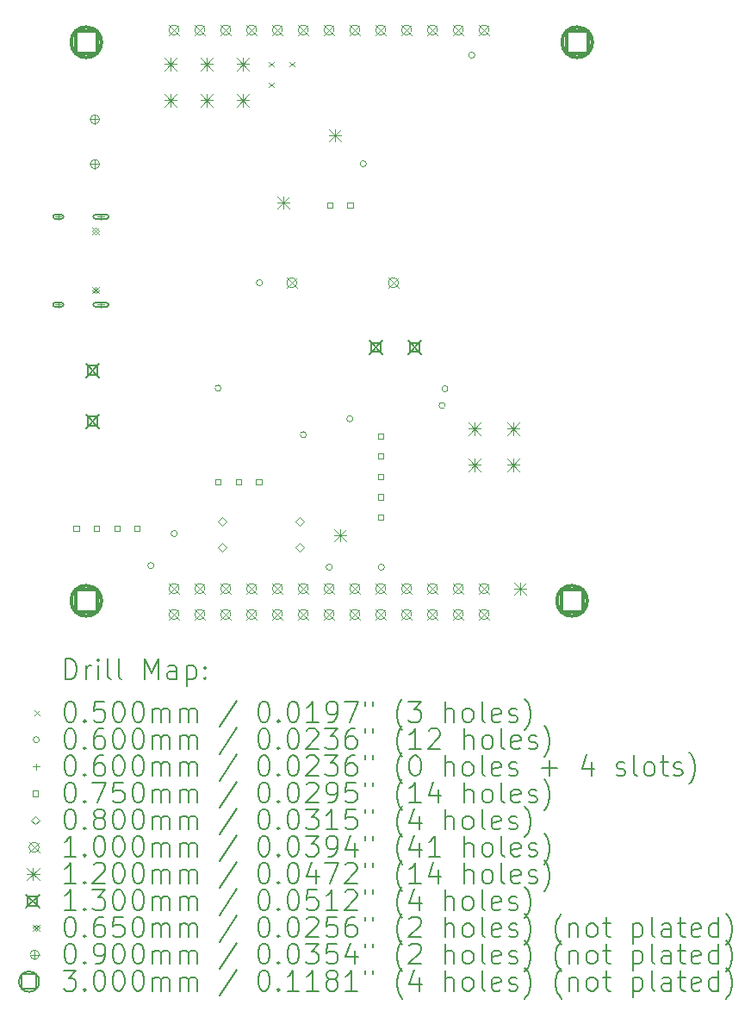
<source format=gbr>
%FSLAX45Y45*%
G04 Gerber Fmt 4.5, Leading zero omitted, Abs format (unit mm)*
G04 Created by KiCad (PCBNEW 6.0.5) date 2022-10-03 09:57:00*
%MOMM*%
%LPD*%
G01*
G04 APERTURE LIST*
%ADD10C,0.200000*%
%ADD11C,0.050000*%
%ADD12C,0.060000*%
%ADD13C,0.075000*%
%ADD14C,0.080000*%
%ADD15C,0.100000*%
%ADD16C,0.120000*%
%ADD17C,0.130000*%
%ADD18C,0.065000*%
%ADD19C,0.090000*%
%ADD20C,0.300000*%
G04 APERTURE END LIST*
D10*
D11*
X10427100Y-5270900D02*
X10477100Y-5320900D01*
X10477100Y-5270900D02*
X10427100Y-5320900D01*
X10427100Y-5474100D02*
X10477100Y-5524100D01*
X10477100Y-5474100D02*
X10427100Y-5524100D01*
X10630300Y-5270900D02*
X10680300Y-5320900D01*
X10680300Y-5270900D02*
X10630300Y-5320900D01*
D12*
X9295920Y-10220960D02*
G75*
G03*
X9295920Y-10220960I-30000J0D01*
G01*
X9524520Y-9906000D02*
G75*
G03*
X9524520Y-9906000I-30000J0D01*
G01*
X9956320Y-8478520D02*
G75*
G03*
X9956320Y-8478520I-30000J0D01*
G01*
X10362720Y-7442200D02*
G75*
G03*
X10362720Y-7442200I-30000J0D01*
G01*
X10794520Y-8935720D02*
G75*
G03*
X10794520Y-8935720I-30000J0D01*
G01*
X11048520Y-10236200D02*
G75*
G03*
X11048520Y-10236200I-30000J0D01*
G01*
X11251720Y-8778240D02*
G75*
G03*
X11251720Y-8778240I-30000J0D01*
G01*
X11383800Y-6273800D02*
G75*
G03*
X11383800Y-6273800I-30000J0D01*
G01*
X11561600Y-10236200D02*
G75*
G03*
X11561600Y-10236200I-30000J0D01*
G01*
X12158500Y-8648700D02*
G75*
G03*
X12158500Y-8648700I-30000J0D01*
G01*
X12186440Y-8483600D02*
G75*
G03*
X12186440Y-8483600I-30000J0D01*
G01*
X12450600Y-5207000D02*
G75*
G03*
X12450600Y-5207000I-30000J0D01*
G01*
X8355550Y-6764300D02*
X8355550Y-6824300D01*
X8325550Y-6794300D02*
X8385550Y-6794300D01*
D10*
X8325550Y-6814300D02*
X8385550Y-6814300D01*
X8325550Y-6774300D02*
X8385550Y-6774300D01*
X8385550Y-6814300D02*
G75*
G03*
X8385550Y-6774300I0J20000D01*
G01*
X8325550Y-6774300D02*
G75*
G03*
X8325550Y-6814300I0J-20000D01*
G01*
D12*
X8355550Y-7628300D02*
X8355550Y-7688300D01*
X8325550Y-7658300D02*
X8385550Y-7658300D01*
D10*
X8325550Y-7678300D02*
X8385550Y-7678300D01*
X8325550Y-7638300D02*
X8385550Y-7638300D01*
X8385550Y-7678300D02*
G75*
G03*
X8385550Y-7638300I0J20000D01*
G01*
X8325550Y-7638300D02*
G75*
G03*
X8325550Y-7678300I0J-20000D01*
G01*
D12*
X8773550Y-6764300D02*
X8773550Y-6824300D01*
X8743550Y-6794300D02*
X8803550Y-6794300D01*
D10*
X8718550Y-6814300D02*
X8828550Y-6814300D01*
X8718550Y-6774300D02*
X8828550Y-6774300D01*
X8828550Y-6814300D02*
G75*
G03*
X8828550Y-6774300I0J20000D01*
G01*
X8718550Y-6774300D02*
G75*
G03*
X8718550Y-6814300I0J-20000D01*
G01*
D12*
X8773550Y-7628300D02*
X8773550Y-7688300D01*
X8743550Y-7658300D02*
X8803550Y-7658300D01*
D10*
X8718550Y-7678300D02*
X8828550Y-7678300D01*
X8718550Y-7638300D02*
X8828550Y-7638300D01*
X8828550Y-7678300D02*
G75*
G03*
X8828550Y-7638300I0J20000D01*
G01*
X8718550Y-7638300D02*
G75*
G03*
X8718550Y-7678300I0J-20000D01*
G01*
D13*
X8558097Y-9883567D02*
X8558097Y-9830533D01*
X8505063Y-9830533D01*
X8505063Y-9883567D01*
X8558097Y-9883567D01*
X8758097Y-9883567D02*
X8758097Y-9830533D01*
X8705063Y-9830533D01*
X8705063Y-9883567D01*
X8758097Y-9883567D01*
X8958097Y-9883567D02*
X8958097Y-9830533D01*
X8905063Y-9830533D01*
X8905063Y-9883567D01*
X8958097Y-9883567D01*
X9158097Y-9883567D02*
X9158097Y-9830533D01*
X9105063Y-9830533D01*
X9105063Y-9883567D01*
X9158097Y-9883567D01*
X9952617Y-9424017D02*
X9952617Y-9370983D01*
X9899583Y-9370983D01*
X9899583Y-9424017D01*
X9952617Y-9424017D01*
X10152617Y-9424017D02*
X10152617Y-9370983D01*
X10099583Y-9370983D01*
X10099583Y-9424017D01*
X10152617Y-9424017D01*
X10352617Y-9424017D02*
X10352617Y-9370983D01*
X10299583Y-9370983D01*
X10299583Y-9424017D01*
X10352617Y-9424017D01*
X11050117Y-6706717D02*
X11050117Y-6653683D01*
X10997083Y-6653683D01*
X10997083Y-6706717D01*
X11050117Y-6706717D01*
X11250117Y-6706717D02*
X11250117Y-6653683D01*
X11197083Y-6653683D01*
X11197083Y-6706717D01*
X11250117Y-6706717D01*
X11553917Y-8973717D02*
X11553917Y-8920683D01*
X11500883Y-8920683D01*
X11500883Y-8973717D01*
X11553917Y-8973717D01*
X11553917Y-9173717D02*
X11553917Y-9120683D01*
X11500883Y-9120683D01*
X11500883Y-9173717D01*
X11553917Y-9173717D01*
X11553917Y-9373717D02*
X11553917Y-9320683D01*
X11500883Y-9320683D01*
X11500883Y-9373717D01*
X11553917Y-9373717D01*
X11553917Y-9573717D02*
X11553917Y-9520683D01*
X11500883Y-9520683D01*
X11500883Y-9573717D01*
X11553917Y-9573717D01*
X11553917Y-9773717D02*
X11553917Y-9720683D01*
X11500883Y-9720683D01*
X11500883Y-9773717D01*
X11553917Y-9773717D01*
D14*
X9966960Y-9829160D02*
X10006960Y-9789160D01*
X9966960Y-9749160D01*
X9926960Y-9789160D01*
X9966960Y-9829160D01*
X9966960Y-10083160D02*
X10006960Y-10043160D01*
X9966960Y-10003160D01*
X9926960Y-10043160D01*
X9966960Y-10083160D01*
X10728960Y-9829160D02*
X10768960Y-9789160D01*
X10728960Y-9749160D01*
X10688960Y-9789160D01*
X10728960Y-9829160D01*
X10728960Y-10083160D02*
X10768960Y-10043160D01*
X10728960Y-10003160D01*
X10688960Y-10043160D01*
X10728960Y-10083160D01*
D15*
X9444304Y-4910963D02*
X9544304Y-5010963D01*
X9544304Y-4910963D02*
X9444304Y-5010963D01*
X9544304Y-4960963D02*
G75*
G03*
X9544304Y-4960963I-50000J0D01*
G01*
X9444304Y-10397363D02*
X9544304Y-10497363D01*
X9544304Y-10397363D02*
X9444304Y-10497363D01*
X9544304Y-10447363D02*
G75*
G03*
X9544304Y-10447363I-50000J0D01*
G01*
X9444304Y-10651363D02*
X9544304Y-10751363D01*
X9544304Y-10651363D02*
X9444304Y-10751363D01*
X9544304Y-10701363D02*
G75*
G03*
X9544304Y-10701363I-50000J0D01*
G01*
X9698304Y-4910963D02*
X9798304Y-5010963D01*
X9798304Y-4910963D02*
X9698304Y-5010963D01*
X9798304Y-4960963D02*
G75*
G03*
X9798304Y-4960963I-50000J0D01*
G01*
X9698304Y-10397363D02*
X9798304Y-10497363D01*
X9798304Y-10397363D02*
X9698304Y-10497363D01*
X9798304Y-10447363D02*
G75*
G03*
X9798304Y-10447363I-50000J0D01*
G01*
X9698304Y-10651363D02*
X9798304Y-10751363D01*
X9798304Y-10651363D02*
X9698304Y-10751363D01*
X9798304Y-10701363D02*
G75*
G03*
X9798304Y-10701363I-50000J0D01*
G01*
X9952304Y-4910963D02*
X10052304Y-5010963D01*
X10052304Y-4910963D02*
X9952304Y-5010963D01*
X10052304Y-4960963D02*
G75*
G03*
X10052304Y-4960963I-50000J0D01*
G01*
X9952304Y-10397363D02*
X10052304Y-10497363D01*
X10052304Y-10397363D02*
X9952304Y-10497363D01*
X10052304Y-10447363D02*
G75*
G03*
X10052304Y-10447363I-50000J0D01*
G01*
X9952304Y-10651363D02*
X10052304Y-10751363D01*
X10052304Y-10651363D02*
X9952304Y-10751363D01*
X10052304Y-10701363D02*
G75*
G03*
X10052304Y-10701363I-50000J0D01*
G01*
X10206304Y-4910963D02*
X10306304Y-5010963D01*
X10306304Y-4910963D02*
X10206304Y-5010963D01*
X10306304Y-4960963D02*
G75*
G03*
X10306304Y-4960963I-50000J0D01*
G01*
X10206304Y-10397363D02*
X10306304Y-10497363D01*
X10306304Y-10397363D02*
X10206304Y-10497363D01*
X10306304Y-10447363D02*
G75*
G03*
X10306304Y-10447363I-50000J0D01*
G01*
X10206304Y-10651363D02*
X10306304Y-10751363D01*
X10306304Y-10651363D02*
X10206304Y-10751363D01*
X10306304Y-10701363D02*
G75*
G03*
X10306304Y-10701363I-50000J0D01*
G01*
X10460304Y-4910963D02*
X10560304Y-5010963D01*
X10560304Y-4910963D02*
X10460304Y-5010963D01*
X10560304Y-4960963D02*
G75*
G03*
X10560304Y-4960963I-50000J0D01*
G01*
X10460304Y-10397363D02*
X10560304Y-10497363D01*
X10560304Y-10397363D02*
X10460304Y-10497363D01*
X10560304Y-10447363D02*
G75*
G03*
X10560304Y-10447363I-50000J0D01*
G01*
X10460304Y-10651363D02*
X10560304Y-10751363D01*
X10560304Y-10651363D02*
X10460304Y-10751363D01*
X10560304Y-10701363D02*
G75*
G03*
X10560304Y-10701363I-50000J0D01*
G01*
X10600600Y-7392200D02*
X10700600Y-7492200D01*
X10700600Y-7392200D02*
X10600600Y-7492200D01*
X10700600Y-7442200D02*
G75*
G03*
X10700600Y-7442200I-50000J0D01*
G01*
X10714304Y-4910963D02*
X10814304Y-5010963D01*
X10814304Y-4910963D02*
X10714304Y-5010963D01*
X10814304Y-4960963D02*
G75*
G03*
X10814304Y-4960963I-50000J0D01*
G01*
X10714304Y-10397363D02*
X10814304Y-10497363D01*
X10814304Y-10397363D02*
X10714304Y-10497363D01*
X10814304Y-10447363D02*
G75*
G03*
X10814304Y-10447363I-50000J0D01*
G01*
X10714304Y-10651363D02*
X10814304Y-10751363D01*
X10814304Y-10651363D02*
X10714304Y-10751363D01*
X10814304Y-10701363D02*
G75*
G03*
X10814304Y-10701363I-50000J0D01*
G01*
X10968304Y-4910963D02*
X11068304Y-5010963D01*
X11068304Y-4910963D02*
X10968304Y-5010963D01*
X11068304Y-4960963D02*
G75*
G03*
X11068304Y-4960963I-50000J0D01*
G01*
X10968304Y-10397363D02*
X11068304Y-10497363D01*
X11068304Y-10397363D02*
X10968304Y-10497363D01*
X11068304Y-10447363D02*
G75*
G03*
X11068304Y-10447363I-50000J0D01*
G01*
X10968304Y-10651363D02*
X11068304Y-10751363D01*
X11068304Y-10651363D02*
X10968304Y-10751363D01*
X11068304Y-10701363D02*
G75*
G03*
X11068304Y-10701363I-50000J0D01*
G01*
X11222304Y-4910963D02*
X11322304Y-5010963D01*
X11322304Y-4910963D02*
X11222304Y-5010963D01*
X11322304Y-4960963D02*
G75*
G03*
X11322304Y-4960963I-50000J0D01*
G01*
X11222304Y-10397363D02*
X11322304Y-10497363D01*
X11322304Y-10397363D02*
X11222304Y-10497363D01*
X11322304Y-10447363D02*
G75*
G03*
X11322304Y-10447363I-50000J0D01*
G01*
X11222304Y-10651363D02*
X11322304Y-10751363D01*
X11322304Y-10651363D02*
X11222304Y-10751363D01*
X11322304Y-10701363D02*
G75*
G03*
X11322304Y-10701363I-50000J0D01*
G01*
X11476304Y-4910963D02*
X11576304Y-5010963D01*
X11576304Y-4910963D02*
X11476304Y-5010963D01*
X11576304Y-4960963D02*
G75*
G03*
X11576304Y-4960963I-50000J0D01*
G01*
X11476304Y-10397363D02*
X11576304Y-10497363D01*
X11576304Y-10397363D02*
X11476304Y-10497363D01*
X11576304Y-10447363D02*
G75*
G03*
X11576304Y-10447363I-50000J0D01*
G01*
X11476304Y-10651363D02*
X11576304Y-10751363D01*
X11576304Y-10651363D02*
X11476304Y-10751363D01*
X11576304Y-10701363D02*
G75*
G03*
X11576304Y-10701363I-50000J0D01*
G01*
X11600600Y-7392200D02*
X11700600Y-7492200D01*
X11700600Y-7392200D02*
X11600600Y-7492200D01*
X11700600Y-7442200D02*
G75*
G03*
X11700600Y-7442200I-50000J0D01*
G01*
X11730304Y-4910963D02*
X11830304Y-5010963D01*
X11830304Y-4910963D02*
X11730304Y-5010963D01*
X11830304Y-4960963D02*
G75*
G03*
X11830304Y-4960963I-50000J0D01*
G01*
X11730304Y-10397363D02*
X11830304Y-10497363D01*
X11830304Y-10397363D02*
X11730304Y-10497363D01*
X11830304Y-10447363D02*
G75*
G03*
X11830304Y-10447363I-50000J0D01*
G01*
X11730304Y-10651363D02*
X11830304Y-10751363D01*
X11830304Y-10651363D02*
X11730304Y-10751363D01*
X11830304Y-10701363D02*
G75*
G03*
X11830304Y-10701363I-50000J0D01*
G01*
X11984304Y-4910963D02*
X12084304Y-5010963D01*
X12084304Y-4910963D02*
X11984304Y-5010963D01*
X12084304Y-4960963D02*
G75*
G03*
X12084304Y-4960963I-50000J0D01*
G01*
X11984304Y-10397363D02*
X12084304Y-10497363D01*
X12084304Y-10397363D02*
X11984304Y-10497363D01*
X12084304Y-10447363D02*
G75*
G03*
X12084304Y-10447363I-50000J0D01*
G01*
X11984304Y-10651363D02*
X12084304Y-10751363D01*
X12084304Y-10651363D02*
X11984304Y-10751363D01*
X12084304Y-10701363D02*
G75*
G03*
X12084304Y-10701363I-50000J0D01*
G01*
X12238304Y-4910963D02*
X12338304Y-5010963D01*
X12338304Y-4910963D02*
X12238304Y-5010963D01*
X12338304Y-4960963D02*
G75*
G03*
X12338304Y-4960963I-50000J0D01*
G01*
X12238304Y-10397363D02*
X12338304Y-10497363D01*
X12338304Y-10397363D02*
X12238304Y-10497363D01*
X12338304Y-10447363D02*
G75*
G03*
X12338304Y-10447363I-50000J0D01*
G01*
X12238304Y-10651363D02*
X12338304Y-10751363D01*
X12338304Y-10651363D02*
X12238304Y-10751363D01*
X12338304Y-10701363D02*
G75*
G03*
X12338304Y-10701363I-50000J0D01*
G01*
X12492304Y-4910963D02*
X12592304Y-5010963D01*
X12592304Y-4910963D02*
X12492304Y-5010963D01*
X12592304Y-4960963D02*
G75*
G03*
X12592304Y-4960963I-50000J0D01*
G01*
X12492304Y-10397363D02*
X12592304Y-10497363D01*
X12592304Y-10397363D02*
X12492304Y-10497363D01*
X12592304Y-10447363D02*
G75*
G03*
X12592304Y-10447363I-50000J0D01*
G01*
X12492304Y-10651363D02*
X12592304Y-10751363D01*
X12592304Y-10651363D02*
X12492304Y-10751363D01*
X12592304Y-10701363D02*
G75*
G03*
X12592304Y-10701363I-50000J0D01*
G01*
D16*
X9401500Y-5235900D02*
X9521500Y-5355900D01*
X9521500Y-5235900D02*
X9401500Y-5355900D01*
X9461500Y-5235900D02*
X9461500Y-5355900D01*
X9401500Y-5295900D02*
X9521500Y-5295900D01*
X9401500Y-5591500D02*
X9521500Y-5711500D01*
X9521500Y-5591500D02*
X9401500Y-5711500D01*
X9461500Y-5591500D02*
X9461500Y-5711500D01*
X9401500Y-5651500D02*
X9521500Y-5651500D01*
X9757100Y-5235900D02*
X9877100Y-5355900D01*
X9877100Y-5235900D02*
X9757100Y-5355900D01*
X9817100Y-5235900D02*
X9817100Y-5355900D01*
X9757100Y-5295900D02*
X9877100Y-5295900D01*
X9757100Y-5591500D02*
X9877100Y-5711500D01*
X9877100Y-5591500D02*
X9757100Y-5711500D01*
X9817100Y-5591500D02*
X9817100Y-5711500D01*
X9757100Y-5651500D02*
X9877100Y-5651500D01*
X10112700Y-5235900D02*
X10232700Y-5355900D01*
X10232700Y-5235900D02*
X10112700Y-5355900D01*
X10172700Y-5235900D02*
X10172700Y-5355900D01*
X10112700Y-5295900D02*
X10232700Y-5295900D01*
X10112700Y-5591500D02*
X10232700Y-5711500D01*
X10232700Y-5591500D02*
X10112700Y-5711500D01*
X10172700Y-5591500D02*
X10172700Y-5711500D01*
X10112700Y-5651500D02*
X10232700Y-5651500D01*
X10506400Y-6594800D02*
X10626400Y-6714800D01*
X10626400Y-6594800D02*
X10506400Y-6714800D01*
X10566400Y-6594800D02*
X10566400Y-6714800D01*
X10506400Y-6654800D02*
X10626400Y-6654800D01*
X11014400Y-5934400D02*
X11134400Y-6054400D01*
X11134400Y-5934400D02*
X11014400Y-6054400D01*
X11074400Y-5934400D02*
X11074400Y-6054400D01*
X11014400Y-5994400D02*
X11134400Y-5994400D01*
X11070280Y-9866320D02*
X11190280Y-9986320D01*
X11190280Y-9866320D02*
X11070280Y-9986320D01*
X11130280Y-9866320D02*
X11130280Y-9986320D01*
X11070280Y-9926320D02*
X11190280Y-9926320D01*
X12386000Y-8817300D02*
X12506000Y-8937300D01*
X12506000Y-8817300D02*
X12386000Y-8937300D01*
X12446000Y-8817300D02*
X12446000Y-8937300D01*
X12386000Y-8877300D02*
X12506000Y-8877300D01*
X12386000Y-9172900D02*
X12506000Y-9292900D01*
X12506000Y-9172900D02*
X12386000Y-9292900D01*
X12446000Y-9172900D02*
X12446000Y-9292900D01*
X12386000Y-9232900D02*
X12506000Y-9232900D01*
X12767000Y-8817300D02*
X12887000Y-8937300D01*
X12887000Y-8817300D02*
X12767000Y-8937300D01*
X12827000Y-8817300D02*
X12827000Y-8937300D01*
X12767000Y-8877300D02*
X12887000Y-8877300D01*
X12767000Y-9172900D02*
X12887000Y-9292900D01*
X12887000Y-9172900D02*
X12767000Y-9292900D01*
X12827000Y-9172900D02*
X12827000Y-9292900D01*
X12767000Y-9232900D02*
X12887000Y-9232900D01*
X12833040Y-10389560D02*
X12953040Y-10509560D01*
X12953040Y-10389560D02*
X12833040Y-10509560D01*
X12893040Y-10389560D02*
X12893040Y-10509560D01*
X12833040Y-10449560D02*
X12953040Y-10449560D01*
D17*
X8626860Y-8239720D02*
X8756860Y-8369720D01*
X8756860Y-8239720D02*
X8626860Y-8369720D01*
X8737822Y-8350682D02*
X8737822Y-8258758D01*
X8645898Y-8258758D01*
X8645898Y-8350682D01*
X8737822Y-8350682D01*
X8626860Y-8739720D02*
X8756860Y-8869720D01*
X8756860Y-8739720D02*
X8626860Y-8869720D01*
X8737822Y-8850682D02*
X8737822Y-8758758D01*
X8645898Y-8758758D01*
X8645898Y-8850682D01*
X8737822Y-8850682D01*
X11415800Y-8012200D02*
X11545800Y-8142200D01*
X11545800Y-8012200D02*
X11415800Y-8142200D01*
X11526762Y-8123162D02*
X11526762Y-8031238D01*
X11434838Y-8031238D01*
X11434838Y-8123162D01*
X11526762Y-8123162D01*
X11796800Y-8012200D02*
X11926800Y-8142200D01*
X11926800Y-8012200D02*
X11796800Y-8142200D01*
X11907762Y-8123162D02*
X11907762Y-8031238D01*
X11815838Y-8031238D01*
X11815838Y-8123162D01*
X11907762Y-8123162D01*
D18*
X8688050Y-6904800D02*
X8753050Y-6969800D01*
X8753050Y-6904800D02*
X8688050Y-6969800D01*
X8720550Y-6969800D02*
X8753050Y-6937300D01*
X8720550Y-6904800D01*
X8688050Y-6937300D01*
X8720550Y-6969800D01*
X8688050Y-7482800D02*
X8753050Y-7547800D01*
X8753050Y-7482800D02*
X8688050Y-7547800D01*
X8720550Y-7547800D02*
X8753050Y-7515300D01*
X8720550Y-7482800D01*
X8688050Y-7515300D01*
X8720550Y-7547800D01*
D19*
X8715450Y-5792900D02*
X8715450Y-5882900D01*
X8670450Y-5837900D02*
X8760450Y-5837900D01*
X8760450Y-5837900D02*
G75*
G03*
X8760450Y-5837900I-45000J0D01*
G01*
X8715450Y-6232900D02*
X8715450Y-6322900D01*
X8670450Y-6277900D02*
X8760450Y-6277900D01*
X8760450Y-6277900D02*
G75*
G03*
X8760450Y-6277900I-45000J0D01*
G01*
D20*
X8736593Y-5186283D02*
X8736593Y-4974149D01*
X8524459Y-4974149D01*
X8524459Y-5186283D01*
X8736593Y-5186283D01*
X8780526Y-5080216D02*
G75*
G03*
X8780526Y-5080216I-150000J0D01*
G01*
X8736593Y-10672683D02*
X8736593Y-10460549D01*
X8524459Y-10460549D01*
X8524459Y-10672683D01*
X8736593Y-10672683D01*
X8780526Y-10566616D02*
G75*
G03*
X8780526Y-10566616I-150000J0D01*
G01*
X13511793Y-10672683D02*
X13511793Y-10460549D01*
X13299659Y-10460549D01*
X13299659Y-10672683D01*
X13511793Y-10672683D01*
X13555726Y-10566616D02*
G75*
G03*
X13555726Y-10566616I-150000J0D01*
G01*
X13562593Y-5186283D02*
X13562593Y-4974149D01*
X13350459Y-4974149D01*
X13350459Y-5186283D01*
X13562593Y-5186283D01*
X13606526Y-5080216D02*
G75*
G03*
X13606526Y-5080216I-150000J0D01*
G01*
D10*
X8426025Y-11338069D02*
X8426025Y-11138069D01*
X8473644Y-11138069D01*
X8502215Y-11147593D01*
X8521263Y-11166641D01*
X8530787Y-11185688D01*
X8540311Y-11223784D01*
X8540311Y-11252355D01*
X8530787Y-11290450D01*
X8521263Y-11309498D01*
X8502215Y-11328546D01*
X8473644Y-11338069D01*
X8426025Y-11338069D01*
X8626025Y-11338069D02*
X8626025Y-11204736D01*
X8626025Y-11242831D02*
X8635549Y-11223784D01*
X8645073Y-11214260D01*
X8664120Y-11204736D01*
X8683168Y-11204736D01*
X8749834Y-11338069D02*
X8749834Y-11204736D01*
X8749834Y-11138069D02*
X8740311Y-11147593D01*
X8749834Y-11157117D01*
X8759358Y-11147593D01*
X8749834Y-11138069D01*
X8749834Y-11157117D01*
X8873644Y-11338069D02*
X8854596Y-11328546D01*
X8845073Y-11309498D01*
X8845073Y-11138069D01*
X8978406Y-11338069D02*
X8959358Y-11328546D01*
X8949834Y-11309498D01*
X8949834Y-11138069D01*
X9206977Y-11338069D02*
X9206977Y-11138069D01*
X9273644Y-11280927D01*
X9340311Y-11138069D01*
X9340311Y-11338069D01*
X9521263Y-11338069D02*
X9521263Y-11233307D01*
X9511739Y-11214260D01*
X9492692Y-11204736D01*
X9454596Y-11204736D01*
X9435549Y-11214260D01*
X9521263Y-11328546D02*
X9502215Y-11338069D01*
X9454596Y-11338069D01*
X9435549Y-11328546D01*
X9426025Y-11309498D01*
X9426025Y-11290450D01*
X9435549Y-11271403D01*
X9454596Y-11261879D01*
X9502215Y-11261879D01*
X9521263Y-11252355D01*
X9616501Y-11204736D02*
X9616501Y-11404736D01*
X9616501Y-11214260D02*
X9635549Y-11204736D01*
X9673644Y-11204736D01*
X9692692Y-11214260D01*
X9702215Y-11223784D01*
X9711739Y-11242831D01*
X9711739Y-11299974D01*
X9702215Y-11319022D01*
X9692692Y-11328546D01*
X9673644Y-11338069D01*
X9635549Y-11338069D01*
X9616501Y-11328546D01*
X9797454Y-11319022D02*
X9806977Y-11328546D01*
X9797454Y-11338069D01*
X9787930Y-11328546D01*
X9797454Y-11319022D01*
X9797454Y-11338069D01*
X9797454Y-11214260D02*
X9806977Y-11223784D01*
X9797454Y-11233307D01*
X9787930Y-11223784D01*
X9797454Y-11214260D01*
X9797454Y-11233307D01*
D11*
X8118406Y-11642593D02*
X8168406Y-11692593D01*
X8168406Y-11642593D02*
X8118406Y-11692593D01*
D10*
X8464120Y-11558069D02*
X8483168Y-11558069D01*
X8502215Y-11567593D01*
X8511739Y-11577117D01*
X8521263Y-11596165D01*
X8530787Y-11634260D01*
X8530787Y-11681879D01*
X8521263Y-11719974D01*
X8511739Y-11739022D01*
X8502215Y-11748546D01*
X8483168Y-11758069D01*
X8464120Y-11758069D01*
X8445073Y-11748546D01*
X8435549Y-11739022D01*
X8426025Y-11719974D01*
X8416501Y-11681879D01*
X8416501Y-11634260D01*
X8426025Y-11596165D01*
X8435549Y-11577117D01*
X8445073Y-11567593D01*
X8464120Y-11558069D01*
X8616501Y-11739022D02*
X8626025Y-11748546D01*
X8616501Y-11758069D01*
X8606977Y-11748546D01*
X8616501Y-11739022D01*
X8616501Y-11758069D01*
X8806977Y-11558069D02*
X8711739Y-11558069D01*
X8702215Y-11653307D01*
X8711739Y-11643784D01*
X8730787Y-11634260D01*
X8778406Y-11634260D01*
X8797454Y-11643784D01*
X8806977Y-11653307D01*
X8816501Y-11672355D01*
X8816501Y-11719974D01*
X8806977Y-11739022D01*
X8797454Y-11748546D01*
X8778406Y-11758069D01*
X8730787Y-11758069D01*
X8711739Y-11748546D01*
X8702215Y-11739022D01*
X8940311Y-11558069D02*
X8959358Y-11558069D01*
X8978406Y-11567593D01*
X8987930Y-11577117D01*
X8997454Y-11596165D01*
X9006977Y-11634260D01*
X9006977Y-11681879D01*
X8997454Y-11719974D01*
X8987930Y-11739022D01*
X8978406Y-11748546D01*
X8959358Y-11758069D01*
X8940311Y-11758069D01*
X8921263Y-11748546D01*
X8911739Y-11739022D01*
X8902215Y-11719974D01*
X8892692Y-11681879D01*
X8892692Y-11634260D01*
X8902215Y-11596165D01*
X8911739Y-11577117D01*
X8921263Y-11567593D01*
X8940311Y-11558069D01*
X9130787Y-11558069D02*
X9149834Y-11558069D01*
X9168882Y-11567593D01*
X9178406Y-11577117D01*
X9187930Y-11596165D01*
X9197454Y-11634260D01*
X9197454Y-11681879D01*
X9187930Y-11719974D01*
X9178406Y-11739022D01*
X9168882Y-11748546D01*
X9149834Y-11758069D01*
X9130787Y-11758069D01*
X9111739Y-11748546D01*
X9102215Y-11739022D01*
X9092692Y-11719974D01*
X9083168Y-11681879D01*
X9083168Y-11634260D01*
X9092692Y-11596165D01*
X9102215Y-11577117D01*
X9111739Y-11567593D01*
X9130787Y-11558069D01*
X9283168Y-11758069D02*
X9283168Y-11624736D01*
X9283168Y-11643784D02*
X9292692Y-11634260D01*
X9311739Y-11624736D01*
X9340311Y-11624736D01*
X9359358Y-11634260D01*
X9368882Y-11653307D01*
X9368882Y-11758069D01*
X9368882Y-11653307D02*
X9378406Y-11634260D01*
X9397454Y-11624736D01*
X9426025Y-11624736D01*
X9445073Y-11634260D01*
X9454596Y-11653307D01*
X9454596Y-11758069D01*
X9549834Y-11758069D02*
X9549834Y-11624736D01*
X9549834Y-11643784D02*
X9559358Y-11634260D01*
X9578406Y-11624736D01*
X9606977Y-11624736D01*
X9626025Y-11634260D01*
X9635549Y-11653307D01*
X9635549Y-11758069D01*
X9635549Y-11653307D02*
X9645073Y-11634260D01*
X9664120Y-11624736D01*
X9692692Y-11624736D01*
X9711739Y-11634260D01*
X9721263Y-11653307D01*
X9721263Y-11758069D01*
X10111739Y-11548546D02*
X9940311Y-11805688D01*
X10368882Y-11558069D02*
X10387930Y-11558069D01*
X10406977Y-11567593D01*
X10416501Y-11577117D01*
X10426025Y-11596165D01*
X10435549Y-11634260D01*
X10435549Y-11681879D01*
X10426025Y-11719974D01*
X10416501Y-11739022D01*
X10406977Y-11748546D01*
X10387930Y-11758069D01*
X10368882Y-11758069D01*
X10349834Y-11748546D01*
X10340311Y-11739022D01*
X10330787Y-11719974D01*
X10321263Y-11681879D01*
X10321263Y-11634260D01*
X10330787Y-11596165D01*
X10340311Y-11577117D01*
X10349834Y-11567593D01*
X10368882Y-11558069D01*
X10521263Y-11739022D02*
X10530787Y-11748546D01*
X10521263Y-11758069D01*
X10511739Y-11748546D01*
X10521263Y-11739022D01*
X10521263Y-11758069D01*
X10654596Y-11558069D02*
X10673644Y-11558069D01*
X10692692Y-11567593D01*
X10702215Y-11577117D01*
X10711739Y-11596165D01*
X10721263Y-11634260D01*
X10721263Y-11681879D01*
X10711739Y-11719974D01*
X10702215Y-11739022D01*
X10692692Y-11748546D01*
X10673644Y-11758069D01*
X10654596Y-11758069D01*
X10635549Y-11748546D01*
X10626025Y-11739022D01*
X10616501Y-11719974D01*
X10606977Y-11681879D01*
X10606977Y-11634260D01*
X10616501Y-11596165D01*
X10626025Y-11577117D01*
X10635549Y-11567593D01*
X10654596Y-11558069D01*
X10911739Y-11758069D02*
X10797454Y-11758069D01*
X10854596Y-11758069D02*
X10854596Y-11558069D01*
X10835549Y-11586641D01*
X10816501Y-11605688D01*
X10797454Y-11615212D01*
X11006977Y-11758069D02*
X11045073Y-11758069D01*
X11064120Y-11748546D01*
X11073644Y-11739022D01*
X11092692Y-11710450D01*
X11102215Y-11672355D01*
X11102215Y-11596165D01*
X11092692Y-11577117D01*
X11083168Y-11567593D01*
X11064120Y-11558069D01*
X11026025Y-11558069D01*
X11006977Y-11567593D01*
X10997454Y-11577117D01*
X10987930Y-11596165D01*
X10987930Y-11643784D01*
X10997454Y-11662831D01*
X11006977Y-11672355D01*
X11026025Y-11681879D01*
X11064120Y-11681879D01*
X11083168Y-11672355D01*
X11092692Y-11662831D01*
X11102215Y-11643784D01*
X11168882Y-11558069D02*
X11302215Y-11558069D01*
X11216501Y-11758069D01*
X11368882Y-11558069D02*
X11368882Y-11596165D01*
X11445072Y-11558069D02*
X11445072Y-11596165D01*
X11740311Y-11834260D02*
X11730787Y-11824736D01*
X11711739Y-11796165D01*
X11702215Y-11777117D01*
X11692692Y-11748546D01*
X11683168Y-11700927D01*
X11683168Y-11662831D01*
X11692692Y-11615212D01*
X11702215Y-11586641D01*
X11711739Y-11567593D01*
X11730787Y-11539022D01*
X11740311Y-11529498D01*
X11797453Y-11558069D02*
X11921263Y-11558069D01*
X11854596Y-11634260D01*
X11883168Y-11634260D01*
X11902215Y-11643784D01*
X11911739Y-11653307D01*
X11921263Y-11672355D01*
X11921263Y-11719974D01*
X11911739Y-11739022D01*
X11902215Y-11748546D01*
X11883168Y-11758069D01*
X11826025Y-11758069D01*
X11806977Y-11748546D01*
X11797453Y-11739022D01*
X12159358Y-11758069D02*
X12159358Y-11558069D01*
X12245072Y-11758069D02*
X12245072Y-11653307D01*
X12235549Y-11634260D01*
X12216501Y-11624736D01*
X12187930Y-11624736D01*
X12168882Y-11634260D01*
X12159358Y-11643784D01*
X12368882Y-11758069D02*
X12349834Y-11748546D01*
X12340311Y-11739022D01*
X12330787Y-11719974D01*
X12330787Y-11662831D01*
X12340311Y-11643784D01*
X12349834Y-11634260D01*
X12368882Y-11624736D01*
X12397453Y-11624736D01*
X12416501Y-11634260D01*
X12426025Y-11643784D01*
X12435549Y-11662831D01*
X12435549Y-11719974D01*
X12426025Y-11739022D01*
X12416501Y-11748546D01*
X12397453Y-11758069D01*
X12368882Y-11758069D01*
X12549834Y-11758069D02*
X12530787Y-11748546D01*
X12521263Y-11729498D01*
X12521263Y-11558069D01*
X12702215Y-11748546D02*
X12683168Y-11758069D01*
X12645072Y-11758069D01*
X12626025Y-11748546D01*
X12616501Y-11729498D01*
X12616501Y-11653307D01*
X12626025Y-11634260D01*
X12645072Y-11624736D01*
X12683168Y-11624736D01*
X12702215Y-11634260D01*
X12711739Y-11653307D01*
X12711739Y-11672355D01*
X12616501Y-11691403D01*
X12787930Y-11748546D02*
X12806977Y-11758069D01*
X12845072Y-11758069D01*
X12864120Y-11748546D01*
X12873644Y-11729498D01*
X12873644Y-11719974D01*
X12864120Y-11700927D01*
X12845072Y-11691403D01*
X12816501Y-11691403D01*
X12797453Y-11681879D01*
X12787930Y-11662831D01*
X12787930Y-11653307D01*
X12797453Y-11634260D01*
X12816501Y-11624736D01*
X12845072Y-11624736D01*
X12864120Y-11634260D01*
X12940311Y-11834260D02*
X12949834Y-11824736D01*
X12968882Y-11796165D01*
X12978406Y-11777117D01*
X12987930Y-11748546D01*
X12997453Y-11700927D01*
X12997453Y-11662831D01*
X12987930Y-11615212D01*
X12978406Y-11586641D01*
X12968882Y-11567593D01*
X12949834Y-11539022D01*
X12940311Y-11529498D01*
D12*
X8168406Y-11931593D02*
G75*
G03*
X8168406Y-11931593I-30000J0D01*
G01*
D10*
X8464120Y-11822069D02*
X8483168Y-11822069D01*
X8502215Y-11831593D01*
X8511739Y-11841117D01*
X8521263Y-11860165D01*
X8530787Y-11898260D01*
X8530787Y-11945879D01*
X8521263Y-11983974D01*
X8511739Y-12003022D01*
X8502215Y-12012546D01*
X8483168Y-12022069D01*
X8464120Y-12022069D01*
X8445073Y-12012546D01*
X8435549Y-12003022D01*
X8426025Y-11983974D01*
X8416501Y-11945879D01*
X8416501Y-11898260D01*
X8426025Y-11860165D01*
X8435549Y-11841117D01*
X8445073Y-11831593D01*
X8464120Y-11822069D01*
X8616501Y-12003022D02*
X8626025Y-12012546D01*
X8616501Y-12022069D01*
X8606977Y-12012546D01*
X8616501Y-12003022D01*
X8616501Y-12022069D01*
X8797454Y-11822069D02*
X8759358Y-11822069D01*
X8740311Y-11831593D01*
X8730787Y-11841117D01*
X8711739Y-11869688D01*
X8702215Y-11907784D01*
X8702215Y-11983974D01*
X8711739Y-12003022D01*
X8721263Y-12012546D01*
X8740311Y-12022069D01*
X8778406Y-12022069D01*
X8797454Y-12012546D01*
X8806977Y-12003022D01*
X8816501Y-11983974D01*
X8816501Y-11936355D01*
X8806977Y-11917307D01*
X8797454Y-11907784D01*
X8778406Y-11898260D01*
X8740311Y-11898260D01*
X8721263Y-11907784D01*
X8711739Y-11917307D01*
X8702215Y-11936355D01*
X8940311Y-11822069D02*
X8959358Y-11822069D01*
X8978406Y-11831593D01*
X8987930Y-11841117D01*
X8997454Y-11860165D01*
X9006977Y-11898260D01*
X9006977Y-11945879D01*
X8997454Y-11983974D01*
X8987930Y-12003022D01*
X8978406Y-12012546D01*
X8959358Y-12022069D01*
X8940311Y-12022069D01*
X8921263Y-12012546D01*
X8911739Y-12003022D01*
X8902215Y-11983974D01*
X8892692Y-11945879D01*
X8892692Y-11898260D01*
X8902215Y-11860165D01*
X8911739Y-11841117D01*
X8921263Y-11831593D01*
X8940311Y-11822069D01*
X9130787Y-11822069D02*
X9149834Y-11822069D01*
X9168882Y-11831593D01*
X9178406Y-11841117D01*
X9187930Y-11860165D01*
X9197454Y-11898260D01*
X9197454Y-11945879D01*
X9187930Y-11983974D01*
X9178406Y-12003022D01*
X9168882Y-12012546D01*
X9149834Y-12022069D01*
X9130787Y-12022069D01*
X9111739Y-12012546D01*
X9102215Y-12003022D01*
X9092692Y-11983974D01*
X9083168Y-11945879D01*
X9083168Y-11898260D01*
X9092692Y-11860165D01*
X9102215Y-11841117D01*
X9111739Y-11831593D01*
X9130787Y-11822069D01*
X9283168Y-12022069D02*
X9283168Y-11888736D01*
X9283168Y-11907784D02*
X9292692Y-11898260D01*
X9311739Y-11888736D01*
X9340311Y-11888736D01*
X9359358Y-11898260D01*
X9368882Y-11917307D01*
X9368882Y-12022069D01*
X9368882Y-11917307D02*
X9378406Y-11898260D01*
X9397454Y-11888736D01*
X9426025Y-11888736D01*
X9445073Y-11898260D01*
X9454596Y-11917307D01*
X9454596Y-12022069D01*
X9549834Y-12022069D02*
X9549834Y-11888736D01*
X9549834Y-11907784D02*
X9559358Y-11898260D01*
X9578406Y-11888736D01*
X9606977Y-11888736D01*
X9626025Y-11898260D01*
X9635549Y-11917307D01*
X9635549Y-12022069D01*
X9635549Y-11917307D02*
X9645073Y-11898260D01*
X9664120Y-11888736D01*
X9692692Y-11888736D01*
X9711739Y-11898260D01*
X9721263Y-11917307D01*
X9721263Y-12022069D01*
X10111739Y-11812546D02*
X9940311Y-12069688D01*
X10368882Y-11822069D02*
X10387930Y-11822069D01*
X10406977Y-11831593D01*
X10416501Y-11841117D01*
X10426025Y-11860165D01*
X10435549Y-11898260D01*
X10435549Y-11945879D01*
X10426025Y-11983974D01*
X10416501Y-12003022D01*
X10406977Y-12012546D01*
X10387930Y-12022069D01*
X10368882Y-12022069D01*
X10349834Y-12012546D01*
X10340311Y-12003022D01*
X10330787Y-11983974D01*
X10321263Y-11945879D01*
X10321263Y-11898260D01*
X10330787Y-11860165D01*
X10340311Y-11841117D01*
X10349834Y-11831593D01*
X10368882Y-11822069D01*
X10521263Y-12003022D02*
X10530787Y-12012546D01*
X10521263Y-12022069D01*
X10511739Y-12012546D01*
X10521263Y-12003022D01*
X10521263Y-12022069D01*
X10654596Y-11822069D02*
X10673644Y-11822069D01*
X10692692Y-11831593D01*
X10702215Y-11841117D01*
X10711739Y-11860165D01*
X10721263Y-11898260D01*
X10721263Y-11945879D01*
X10711739Y-11983974D01*
X10702215Y-12003022D01*
X10692692Y-12012546D01*
X10673644Y-12022069D01*
X10654596Y-12022069D01*
X10635549Y-12012546D01*
X10626025Y-12003022D01*
X10616501Y-11983974D01*
X10606977Y-11945879D01*
X10606977Y-11898260D01*
X10616501Y-11860165D01*
X10626025Y-11841117D01*
X10635549Y-11831593D01*
X10654596Y-11822069D01*
X10797454Y-11841117D02*
X10806977Y-11831593D01*
X10826025Y-11822069D01*
X10873644Y-11822069D01*
X10892692Y-11831593D01*
X10902215Y-11841117D01*
X10911739Y-11860165D01*
X10911739Y-11879212D01*
X10902215Y-11907784D01*
X10787930Y-12022069D01*
X10911739Y-12022069D01*
X10978406Y-11822069D02*
X11102215Y-11822069D01*
X11035549Y-11898260D01*
X11064120Y-11898260D01*
X11083168Y-11907784D01*
X11092692Y-11917307D01*
X11102215Y-11936355D01*
X11102215Y-11983974D01*
X11092692Y-12003022D01*
X11083168Y-12012546D01*
X11064120Y-12022069D01*
X11006977Y-12022069D01*
X10987930Y-12012546D01*
X10978406Y-12003022D01*
X11273644Y-11822069D02*
X11235549Y-11822069D01*
X11216501Y-11831593D01*
X11206977Y-11841117D01*
X11187930Y-11869688D01*
X11178406Y-11907784D01*
X11178406Y-11983974D01*
X11187930Y-12003022D01*
X11197453Y-12012546D01*
X11216501Y-12022069D01*
X11254596Y-12022069D01*
X11273644Y-12012546D01*
X11283168Y-12003022D01*
X11292692Y-11983974D01*
X11292692Y-11936355D01*
X11283168Y-11917307D01*
X11273644Y-11907784D01*
X11254596Y-11898260D01*
X11216501Y-11898260D01*
X11197453Y-11907784D01*
X11187930Y-11917307D01*
X11178406Y-11936355D01*
X11368882Y-11822069D02*
X11368882Y-11860165D01*
X11445072Y-11822069D02*
X11445072Y-11860165D01*
X11740311Y-12098260D02*
X11730787Y-12088736D01*
X11711739Y-12060165D01*
X11702215Y-12041117D01*
X11692692Y-12012546D01*
X11683168Y-11964927D01*
X11683168Y-11926831D01*
X11692692Y-11879212D01*
X11702215Y-11850641D01*
X11711739Y-11831593D01*
X11730787Y-11803022D01*
X11740311Y-11793498D01*
X11921263Y-12022069D02*
X11806977Y-12022069D01*
X11864120Y-12022069D02*
X11864120Y-11822069D01*
X11845072Y-11850641D01*
X11826025Y-11869688D01*
X11806977Y-11879212D01*
X11997453Y-11841117D02*
X12006977Y-11831593D01*
X12026025Y-11822069D01*
X12073644Y-11822069D01*
X12092692Y-11831593D01*
X12102215Y-11841117D01*
X12111739Y-11860165D01*
X12111739Y-11879212D01*
X12102215Y-11907784D01*
X11987930Y-12022069D01*
X12111739Y-12022069D01*
X12349834Y-12022069D02*
X12349834Y-11822069D01*
X12435549Y-12022069D02*
X12435549Y-11917307D01*
X12426025Y-11898260D01*
X12406977Y-11888736D01*
X12378406Y-11888736D01*
X12359358Y-11898260D01*
X12349834Y-11907784D01*
X12559358Y-12022069D02*
X12540311Y-12012546D01*
X12530787Y-12003022D01*
X12521263Y-11983974D01*
X12521263Y-11926831D01*
X12530787Y-11907784D01*
X12540311Y-11898260D01*
X12559358Y-11888736D01*
X12587930Y-11888736D01*
X12606977Y-11898260D01*
X12616501Y-11907784D01*
X12626025Y-11926831D01*
X12626025Y-11983974D01*
X12616501Y-12003022D01*
X12606977Y-12012546D01*
X12587930Y-12022069D01*
X12559358Y-12022069D01*
X12740311Y-12022069D02*
X12721263Y-12012546D01*
X12711739Y-11993498D01*
X12711739Y-11822069D01*
X12892692Y-12012546D02*
X12873644Y-12022069D01*
X12835549Y-12022069D01*
X12816501Y-12012546D01*
X12806977Y-11993498D01*
X12806977Y-11917307D01*
X12816501Y-11898260D01*
X12835549Y-11888736D01*
X12873644Y-11888736D01*
X12892692Y-11898260D01*
X12902215Y-11917307D01*
X12902215Y-11936355D01*
X12806977Y-11955403D01*
X12978406Y-12012546D02*
X12997453Y-12022069D01*
X13035549Y-12022069D01*
X13054596Y-12012546D01*
X13064120Y-11993498D01*
X13064120Y-11983974D01*
X13054596Y-11964927D01*
X13035549Y-11955403D01*
X13006977Y-11955403D01*
X12987930Y-11945879D01*
X12978406Y-11926831D01*
X12978406Y-11917307D01*
X12987930Y-11898260D01*
X13006977Y-11888736D01*
X13035549Y-11888736D01*
X13054596Y-11898260D01*
X13130787Y-12098260D02*
X13140311Y-12088736D01*
X13159358Y-12060165D01*
X13168882Y-12041117D01*
X13178406Y-12012546D01*
X13187930Y-11964927D01*
X13187930Y-11926831D01*
X13178406Y-11879212D01*
X13168882Y-11850641D01*
X13159358Y-11831593D01*
X13140311Y-11803022D01*
X13130787Y-11793498D01*
D12*
X8138406Y-12165593D02*
X8138406Y-12225593D01*
X8108406Y-12195593D02*
X8168406Y-12195593D01*
D10*
X8464120Y-12086069D02*
X8483168Y-12086069D01*
X8502215Y-12095593D01*
X8511739Y-12105117D01*
X8521263Y-12124165D01*
X8530787Y-12162260D01*
X8530787Y-12209879D01*
X8521263Y-12247974D01*
X8511739Y-12267022D01*
X8502215Y-12276546D01*
X8483168Y-12286069D01*
X8464120Y-12286069D01*
X8445073Y-12276546D01*
X8435549Y-12267022D01*
X8426025Y-12247974D01*
X8416501Y-12209879D01*
X8416501Y-12162260D01*
X8426025Y-12124165D01*
X8435549Y-12105117D01*
X8445073Y-12095593D01*
X8464120Y-12086069D01*
X8616501Y-12267022D02*
X8626025Y-12276546D01*
X8616501Y-12286069D01*
X8606977Y-12276546D01*
X8616501Y-12267022D01*
X8616501Y-12286069D01*
X8797454Y-12086069D02*
X8759358Y-12086069D01*
X8740311Y-12095593D01*
X8730787Y-12105117D01*
X8711739Y-12133688D01*
X8702215Y-12171784D01*
X8702215Y-12247974D01*
X8711739Y-12267022D01*
X8721263Y-12276546D01*
X8740311Y-12286069D01*
X8778406Y-12286069D01*
X8797454Y-12276546D01*
X8806977Y-12267022D01*
X8816501Y-12247974D01*
X8816501Y-12200355D01*
X8806977Y-12181307D01*
X8797454Y-12171784D01*
X8778406Y-12162260D01*
X8740311Y-12162260D01*
X8721263Y-12171784D01*
X8711739Y-12181307D01*
X8702215Y-12200355D01*
X8940311Y-12086069D02*
X8959358Y-12086069D01*
X8978406Y-12095593D01*
X8987930Y-12105117D01*
X8997454Y-12124165D01*
X9006977Y-12162260D01*
X9006977Y-12209879D01*
X8997454Y-12247974D01*
X8987930Y-12267022D01*
X8978406Y-12276546D01*
X8959358Y-12286069D01*
X8940311Y-12286069D01*
X8921263Y-12276546D01*
X8911739Y-12267022D01*
X8902215Y-12247974D01*
X8892692Y-12209879D01*
X8892692Y-12162260D01*
X8902215Y-12124165D01*
X8911739Y-12105117D01*
X8921263Y-12095593D01*
X8940311Y-12086069D01*
X9130787Y-12086069D02*
X9149834Y-12086069D01*
X9168882Y-12095593D01*
X9178406Y-12105117D01*
X9187930Y-12124165D01*
X9197454Y-12162260D01*
X9197454Y-12209879D01*
X9187930Y-12247974D01*
X9178406Y-12267022D01*
X9168882Y-12276546D01*
X9149834Y-12286069D01*
X9130787Y-12286069D01*
X9111739Y-12276546D01*
X9102215Y-12267022D01*
X9092692Y-12247974D01*
X9083168Y-12209879D01*
X9083168Y-12162260D01*
X9092692Y-12124165D01*
X9102215Y-12105117D01*
X9111739Y-12095593D01*
X9130787Y-12086069D01*
X9283168Y-12286069D02*
X9283168Y-12152736D01*
X9283168Y-12171784D02*
X9292692Y-12162260D01*
X9311739Y-12152736D01*
X9340311Y-12152736D01*
X9359358Y-12162260D01*
X9368882Y-12181307D01*
X9368882Y-12286069D01*
X9368882Y-12181307D02*
X9378406Y-12162260D01*
X9397454Y-12152736D01*
X9426025Y-12152736D01*
X9445073Y-12162260D01*
X9454596Y-12181307D01*
X9454596Y-12286069D01*
X9549834Y-12286069D02*
X9549834Y-12152736D01*
X9549834Y-12171784D02*
X9559358Y-12162260D01*
X9578406Y-12152736D01*
X9606977Y-12152736D01*
X9626025Y-12162260D01*
X9635549Y-12181307D01*
X9635549Y-12286069D01*
X9635549Y-12181307D02*
X9645073Y-12162260D01*
X9664120Y-12152736D01*
X9692692Y-12152736D01*
X9711739Y-12162260D01*
X9721263Y-12181307D01*
X9721263Y-12286069D01*
X10111739Y-12076546D02*
X9940311Y-12333688D01*
X10368882Y-12086069D02*
X10387930Y-12086069D01*
X10406977Y-12095593D01*
X10416501Y-12105117D01*
X10426025Y-12124165D01*
X10435549Y-12162260D01*
X10435549Y-12209879D01*
X10426025Y-12247974D01*
X10416501Y-12267022D01*
X10406977Y-12276546D01*
X10387930Y-12286069D01*
X10368882Y-12286069D01*
X10349834Y-12276546D01*
X10340311Y-12267022D01*
X10330787Y-12247974D01*
X10321263Y-12209879D01*
X10321263Y-12162260D01*
X10330787Y-12124165D01*
X10340311Y-12105117D01*
X10349834Y-12095593D01*
X10368882Y-12086069D01*
X10521263Y-12267022D02*
X10530787Y-12276546D01*
X10521263Y-12286069D01*
X10511739Y-12276546D01*
X10521263Y-12267022D01*
X10521263Y-12286069D01*
X10654596Y-12086069D02*
X10673644Y-12086069D01*
X10692692Y-12095593D01*
X10702215Y-12105117D01*
X10711739Y-12124165D01*
X10721263Y-12162260D01*
X10721263Y-12209879D01*
X10711739Y-12247974D01*
X10702215Y-12267022D01*
X10692692Y-12276546D01*
X10673644Y-12286069D01*
X10654596Y-12286069D01*
X10635549Y-12276546D01*
X10626025Y-12267022D01*
X10616501Y-12247974D01*
X10606977Y-12209879D01*
X10606977Y-12162260D01*
X10616501Y-12124165D01*
X10626025Y-12105117D01*
X10635549Y-12095593D01*
X10654596Y-12086069D01*
X10797454Y-12105117D02*
X10806977Y-12095593D01*
X10826025Y-12086069D01*
X10873644Y-12086069D01*
X10892692Y-12095593D01*
X10902215Y-12105117D01*
X10911739Y-12124165D01*
X10911739Y-12143212D01*
X10902215Y-12171784D01*
X10787930Y-12286069D01*
X10911739Y-12286069D01*
X10978406Y-12086069D02*
X11102215Y-12086069D01*
X11035549Y-12162260D01*
X11064120Y-12162260D01*
X11083168Y-12171784D01*
X11092692Y-12181307D01*
X11102215Y-12200355D01*
X11102215Y-12247974D01*
X11092692Y-12267022D01*
X11083168Y-12276546D01*
X11064120Y-12286069D01*
X11006977Y-12286069D01*
X10987930Y-12276546D01*
X10978406Y-12267022D01*
X11273644Y-12086069D02*
X11235549Y-12086069D01*
X11216501Y-12095593D01*
X11206977Y-12105117D01*
X11187930Y-12133688D01*
X11178406Y-12171784D01*
X11178406Y-12247974D01*
X11187930Y-12267022D01*
X11197453Y-12276546D01*
X11216501Y-12286069D01*
X11254596Y-12286069D01*
X11273644Y-12276546D01*
X11283168Y-12267022D01*
X11292692Y-12247974D01*
X11292692Y-12200355D01*
X11283168Y-12181307D01*
X11273644Y-12171784D01*
X11254596Y-12162260D01*
X11216501Y-12162260D01*
X11197453Y-12171784D01*
X11187930Y-12181307D01*
X11178406Y-12200355D01*
X11368882Y-12086069D02*
X11368882Y-12124165D01*
X11445072Y-12086069D02*
X11445072Y-12124165D01*
X11740311Y-12362260D02*
X11730787Y-12352736D01*
X11711739Y-12324165D01*
X11702215Y-12305117D01*
X11692692Y-12276546D01*
X11683168Y-12228927D01*
X11683168Y-12190831D01*
X11692692Y-12143212D01*
X11702215Y-12114641D01*
X11711739Y-12095593D01*
X11730787Y-12067022D01*
X11740311Y-12057498D01*
X11854596Y-12086069D02*
X11873644Y-12086069D01*
X11892692Y-12095593D01*
X11902215Y-12105117D01*
X11911739Y-12124165D01*
X11921263Y-12162260D01*
X11921263Y-12209879D01*
X11911739Y-12247974D01*
X11902215Y-12267022D01*
X11892692Y-12276546D01*
X11873644Y-12286069D01*
X11854596Y-12286069D01*
X11835549Y-12276546D01*
X11826025Y-12267022D01*
X11816501Y-12247974D01*
X11806977Y-12209879D01*
X11806977Y-12162260D01*
X11816501Y-12124165D01*
X11826025Y-12105117D01*
X11835549Y-12095593D01*
X11854596Y-12086069D01*
X12159358Y-12286069D02*
X12159358Y-12086069D01*
X12245072Y-12286069D02*
X12245072Y-12181307D01*
X12235549Y-12162260D01*
X12216501Y-12152736D01*
X12187930Y-12152736D01*
X12168882Y-12162260D01*
X12159358Y-12171784D01*
X12368882Y-12286069D02*
X12349834Y-12276546D01*
X12340311Y-12267022D01*
X12330787Y-12247974D01*
X12330787Y-12190831D01*
X12340311Y-12171784D01*
X12349834Y-12162260D01*
X12368882Y-12152736D01*
X12397453Y-12152736D01*
X12416501Y-12162260D01*
X12426025Y-12171784D01*
X12435549Y-12190831D01*
X12435549Y-12247974D01*
X12426025Y-12267022D01*
X12416501Y-12276546D01*
X12397453Y-12286069D01*
X12368882Y-12286069D01*
X12549834Y-12286069D02*
X12530787Y-12276546D01*
X12521263Y-12257498D01*
X12521263Y-12086069D01*
X12702215Y-12276546D02*
X12683168Y-12286069D01*
X12645072Y-12286069D01*
X12626025Y-12276546D01*
X12616501Y-12257498D01*
X12616501Y-12181307D01*
X12626025Y-12162260D01*
X12645072Y-12152736D01*
X12683168Y-12152736D01*
X12702215Y-12162260D01*
X12711739Y-12181307D01*
X12711739Y-12200355D01*
X12616501Y-12219403D01*
X12787930Y-12276546D02*
X12806977Y-12286069D01*
X12845072Y-12286069D01*
X12864120Y-12276546D01*
X12873644Y-12257498D01*
X12873644Y-12247974D01*
X12864120Y-12228927D01*
X12845072Y-12219403D01*
X12816501Y-12219403D01*
X12797453Y-12209879D01*
X12787930Y-12190831D01*
X12787930Y-12181307D01*
X12797453Y-12162260D01*
X12816501Y-12152736D01*
X12845072Y-12152736D01*
X12864120Y-12162260D01*
X13111739Y-12209879D02*
X13264120Y-12209879D01*
X13187930Y-12286069D02*
X13187930Y-12133688D01*
X13597453Y-12152736D02*
X13597453Y-12286069D01*
X13549834Y-12076546D02*
X13502215Y-12219403D01*
X13626025Y-12219403D01*
X13845072Y-12276546D02*
X13864120Y-12286069D01*
X13902215Y-12286069D01*
X13921263Y-12276546D01*
X13930787Y-12257498D01*
X13930787Y-12247974D01*
X13921263Y-12228927D01*
X13902215Y-12219403D01*
X13873644Y-12219403D01*
X13854596Y-12209879D01*
X13845072Y-12190831D01*
X13845072Y-12181307D01*
X13854596Y-12162260D01*
X13873644Y-12152736D01*
X13902215Y-12152736D01*
X13921263Y-12162260D01*
X14045072Y-12286069D02*
X14026025Y-12276546D01*
X14016501Y-12257498D01*
X14016501Y-12086069D01*
X14149834Y-12286069D02*
X14130787Y-12276546D01*
X14121263Y-12267022D01*
X14111739Y-12247974D01*
X14111739Y-12190831D01*
X14121263Y-12171784D01*
X14130787Y-12162260D01*
X14149834Y-12152736D01*
X14178406Y-12152736D01*
X14197453Y-12162260D01*
X14206977Y-12171784D01*
X14216501Y-12190831D01*
X14216501Y-12247974D01*
X14206977Y-12267022D01*
X14197453Y-12276546D01*
X14178406Y-12286069D01*
X14149834Y-12286069D01*
X14273644Y-12152736D02*
X14349834Y-12152736D01*
X14302215Y-12086069D02*
X14302215Y-12257498D01*
X14311739Y-12276546D01*
X14330787Y-12286069D01*
X14349834Y-12286069D01*
X14406977Y-12276546D02*
X14426025Y-12286069D01*
X14464120Y-12286069D01*
X14483168Y-12276546D01*
X14492692Y-12257498D01*
X14492692Y-12247974D01*
X14483168Y-12228927D01*
X14464120Y-12219403D01*
X14435549Y-12219403D01*
X14416501Y-12209879D01*
X14406977Y-12190831D01*
X14406977Y-12181307D01*
X14416501Y-12162260D01*
X14435549Y-12152736D01*
X14464120Y-12152736D01*
X14483168Y-12162260D01*
X14559358Y-12362260D02*
X14568882Y-12352736D01*
X14587930Y-12324165D01*
X14597453Y-12305117D01*
X14606977Y-12276546D01*
X14616501Y-12228927D01*
X14616501Y-12190831D01*
X14606977Y-12143212D01*
X14597453Y-12114641D01*
X14587930Y-12095593D01*
X14568882Y-12067022D01*
X14559358Y-12057498D01*
D13*
X8157423Y-12486110D02*
X8157423Y-12433076D01*
X8104389Y-12433076D01*
X8104389Y-12486110D01*
X8157423Y-12486110D01*
D10*
X8464120Y-12350069D02*
X8483168Y-12350069D01*
X8502215Y-12359593D01*
X8511739Y-12369117D01*
X8521263Y-12388165D01*
X8530787Y-12426260D01*
X8530787Y-12473879D01*
X8521263Y-12511974D01*
X8511739Y-12531022D01*
X8502215Y-12540546D01*
X8483168Y-12550069D01*
X8464120Y-12550069D01*
X8445073Y-12540546D01*
X8435549Y-12531022D01*
X8426025Y-12511974D01*
X8416501Y-12473879D01*
X8416501Y-12426260D01*
X8426025Y-12388165D01*
X8435549Y-12369117D01*
X8445073Y-12359593D01*
X8464120Y-12350069D01*
X8616501Y-12531022D02*
X8626025Y-12540546D01*
X8616501Y-12550069D01*
X8606977Y-12540546D01*
X8616501Y-12531022D01*
X8616501Y-12550069D01*
X8692692Y-12350069D02*
X8826025Y-12350069D01*
X8740311Y-12550069D01*
X8997454Y-12350069D02*
X8902215Y-12350069D01*
X8892692Y-12445307D01*
X8902215Y-12435784D01*
X8921263Y-12426260D01*
X8968882Y-12426260D01*
X8987930Y-12435784D01*
X8997454Y-12445307D01*
X9006977Y-12464355D01*
X9006977Y-12511974D01*
X8997454Y-12531022D01*
X8987930Y-12540546D01*
X8968882Y-12550069D01*
X8921263Y-12550069D01*
X8902215Y-12540546D01*
X8892692Y-12531022D01*
X9130787Y-12350069D02*
X9149834Y-12350069D01*
X9168882Y-12359593D01*
X9178406Y-12369117D01*
X9187930Y-12388165D01*
X9197454Y-12426260D01*
X9197454Y-12473879D01*
X9187930Y-12511974D01*
X9178406Y-12531022D01*
X9168882Y-12540546D01*
X9149834Y-12550069D01*
X9130787Y-12550069D01*
X9111739Y-12540546D01*
X9102215Y-12531022D01*
X9092692Y-12511974D01*
X9083168Y-12473879D01*
X9083168Y-12426260D01*
X9092692Y-12388165D01*
X9102215Y-12369117D01*
X9111739Y-12359593D01*
X9130787Y-12350069D01*
X9283168Y-12550069D02*
X9283168Y-12416736D01*
X9283168Y-12435784D02*
X9292692Y-12426260D01*
X9311739Y-12416736D01*
X9340311Y-12416736D01*
X9359358Y-12426260D01*
X9368882Y-12445307D01*
X9368882Y-12550069D01*
X9368882Y-12445307D02*
X9378406Y-12426260D01*
X9397454Y-12416736D01*
X9426025Y-12416736D01*
X9445073Y-12426260D01*
X9454596Y-12445307D01*
X9454596Y-12550069D01*
X9549834Y-12550069D02*
X9549834Y-12416736D01*
X9549834Y-12435784D02*
X9559358Y-12426260D01*
X9578406Y-12416736D01*
X9606977Y-12416736D01*
X9626025Y-12426260D01*
X9635549Y-12445307D01*
X9635549Y-12550069D01*
X9635549Y-12445307D02*
X9645073Y-12426260D01*
X9664120Y-12416736D01*
X9692692Y-12416736D01*
X9711739Y-12426260D01*
X9721263Y-12445307D01*
X9721263Y-12550069D01*
X10111739Y-12340546D02*
X9940311Y-12597688D01*
X10368882Y-12350069D02*
X10387930Y-12350069D01*
X10406977Y-12359593D01*
X10416501Y-12369117D01*
X10426025Y-12388165D01*
X10435549Y-12426260D01*
X10435549Y-12473879D01*
X10426025Y-12511974D01*
X10416501Y-12531022D01*
X10406977Y-12540546D01*
X10387930Y-12550069D01*
X10368882Y-12550069D01*
X10349834Y-12540546D01*
X10340311Y-12531022D01*
X10330787Y-12511974D01*
X10321263Y-12473879D01*
X10321263Y-12426260D01*
X10330787Y-12388165D01*
X10340311Y-12369117D01*
X10349834Y-12359593D01*
X10368882Y-12350069D01*
X10521263Y-12531022D02*
X10530787Y-12540546D01*
X10521263Y-12550069D01*
X10511739Y-12540546D01*
X10521263Y-12531022D01*
X10521263Y-12550069D01*
X10654596Y-12350069D02*
X10673644Y-12350069D01*
X10692692Y-12359593D01*
X10702215Y-12369117D01*
X10711739Y-12388165D01*
X10721263Y-12426260D01*
X10721263Y-12473879D01*
X10711739Y-12511974D01*
X10702215Y-12531022D01*
X10692692Y-12540546D01*
X10673644Y-12550069D01*
X10654596Y-12550069D01*
X10635549Y-12540546D01*
X10626025Y-12531022D01*
X10616501Y-12511974D01*
X10606977Y-12473879D01*
X10606977Y-12426260D01*
X10616501Y-12388165D01*
X10626025Y-12369117D01*
X10635549Y-12359593D01*
X10654596Y-12350069D01*
X10797454Y-12369117D02*
X10806977Y-12359593D01*
X10826025Y-12350069D01*
X10873644Y-12350069D01*
X10892692Y-12359593D01*
X10902215Y-12369117D01*
X10911739Y-12388165D01*
X10911739Y-12407212D01*
X10902215Y-12435784D01*
X10787930Y-12550069D01*
X10911739Y-12550069D01*
X11006977Y-12550069D02*
X11045073Y-12550069D01*
X11064120Y-12540546D01*
X11073644Y-12531022D01*
X11092692Y-12502450D01*
X11102215Y-12464355D01*
X11102215Y-12388165D01*
X11092692Y-12369117D01*
X11083168Y-12359593D01*
X11064120Y-12350069D01*
X11026025Y-12350069D01*
X11006977Y-12359593D01*
X10997454Y-12369117D01*
X10987930Y-12388165D01*
X10987930Y-12435784D01*
X10997454Y-12454831D01*
X11006977Y-12464355D01*
X11026025Y-12473879D01*
X11064120Y-12473879D01*
X11083168Y-12464355D01*
X11092692Y-12454831D01*
X11102215Y-12435784D01*
X11283168Y-12350069D02*
X11187930Y-12350069D01*
X11178406Y-12445307D01*
X11187930Y-12435784D01*
X11206977Y-12426260D01*
X11254596Y-12426260D01*
X11273644Y-12435784D01*
X11283168Y-12445307D01*
X11292692Y-12464355D01*
X11292692Y-12511974D01*
X11283168Y-12531022D01*
X11273644Y-12540546D01*
X11254596Y-12550069D01*
X11206977Y-12550069D01*
X11187930Y-12540546D01*
X11178406Y-12531022D01*
X11368882Y-12350069D02*
X11368882Y-12388165D01*
X11445072Y-12350069D02*
X11445072Y-12388165D01*
X11740311Y-12626260D02*
X11730787Y-12616736D01*
X11711739Y-12588165D01*
X11702215Y-12569117D01*
X11692692Y-12540546D01*
X11683168Y-12492927D01*
X11683168Y-12454831D01*
X11692692Y-12407212D01*
X11702215Y-12378641D01*
X11711739Y-12359593D01*
X11730787Y-12331022D01*
X11740311Y-12321498D01*
X11921263Y-12550069D02*
X11806977Y-12550069D01*
X11864120Y-12550069D02*
X11864120Y-12350069D01*
X11845072Y-12378641D01*
X11826025Y-12397688D01*
X11806977Y-12407212D01*
X12092692Y-12416736D02*
X12092692Y-12550069D01*
X12045072Y-12340546D02*
X11997453Y-12483403D01*
X12121263Y-12483403D01*
X12349834Y-12550069D02*
X12349834Y-12350069D01*
X12435549Y-12550069D02*
X12435549Y-12445307D01*
X12426025Y-12426260D01*
X12406977Y-12416736D01*
X12378406Y-12416736D01*
X12359358Y-12426260D01*
X12349834Y-12435784D01*
X12559358Y-12550069D02*
X12540311Y-12540546D01*
X12530787Y-12531022D01*
X12521263Y-12511974D01*
X12521263Y-12454831D01*
X12530787Y-12435784D01*
X12540311Y-12426260D01*
X12559358Y-12416736D01*
X12587930Y-12416736D01*
X12606977Y-12426260D01*
X12616501Y-12435784D01*
X12626025Y-12454831D01*
X12626025Y-12511974D01*
X12616501Y-12531022D01*
X12606977Y-12540546D01*
X12587930Y-12550069D01*
X12559358Y-12550069D01*
X12740311Y-12550069D02*
X12721263Y-12540546D01*
X12711739Y-12521498D01*
X12711739Y-12350069D01*
X12892692Y-12540546D02*
X12873644Y-12550069D01*
X12835549Y-12550069D01*
X12816501Y-12540546D01*
X12806977Y-12521498D01*
X12806977Y-12445307D01*
X12816501Y-12426260D01*
X12835549Y-12416736D01*
X12873644Y-12416736D01*
X12892692Y-12426260D01*
X12902215Y-12445307D01*
X12902215Y-12464355D01*
X12806977Y-12483403D01*
X12978406Y-12540546D02*
X12997453Y-12550069D01*
X13035549Y-12550069D01*
X13054596Y-12540546D01*
X13064120Y-12521498D01*
X13064120Y-12511974D01*
X13054596Y-12492927D01*
X13035549Y-12483403D01*
X13006977Y-12483403D01*
X12987930Y-12473879D01*
X12978406Y-12454831D01*
X12978406Y-12445307D01*
X12987930Y-12426260D01*
X13006977Y-12416736D01*
X13035549Y-12416736D01*
X13054596Y-12426260D01*
X13130787Y-12626260D02*
X13140311Y-12616736D01*
X13159358Y-12588165D01*
X13168882Y-12569117D01*
X13178406Y-12540546D01*
X13187930Y-12492927D01*
X13187930Y-12454831D01*
X13178406Y-12407212D01*
X13168882Y-12378641D01*
X13159358Y-12359593D01*
X13140311Y-12331022D01*
X13130787Y-12321498D01*
D14*
X8128406Y-12763593D02*
X8168406Y-12723593D01*
X8128406Y-12683593D01*
X8088406Y-12723593D01*
X8128406Y-12763593D01*
D10*
X8464120Y-12614069D02*
X8483168Y-12614069D01*
X8502215Y-12623593D01*
X8511739Y-12633117D01*
X8521263Y-12652165D01*
X8530787Y-12690260D01*
X8530787Y-12737879D01*
X8521263Y-12775974D01*
X8511739Y-12795022D01*
X8502215Y-12804546D01*
X8483168Y-12814069D01*
X8464120Y-12814069D01*
X8445073Y-12804546D01*
X8435549Y-12795022D01*
X8426025Y-12775974D01*
X8416501Y-12737879D01*
X8416501Y-12690260D01*
X8426025Y-12652165D01*
X8435549Y-12633117D01*
X8445073Y-12623593D01*
X8464120Y-12614069D01*
X8616501Y-12795022D02*
X8626025Y-12804546D01*
X8616501Y-12814069D01*
X8606977Y-12804546D01*
X8616501Y-12795022D01*
X8616501Y-12814069D01*
X8740311Y-12699784D02*
X8721263Y-12690260D01*
X8711739Y-12680736D01*
X8702215Y-12661688D01*
X8702215Y-12652165D01*
X8711739Y-12633117D01*
X8721263Y-12623593D01*
X8740311Y-12614069D01*
X8778406Y-12614069D01*
X8797454Y-12623593D01*
X8806977Y-12633117D01*
X8816501Y-12652165D01*
X8816501Y-12661688D01*
X8806977Y-12680736D01*
X8797454Y-12690260D01*
X8778406Y-12699784D01*
X8740311Y-12699784D01*
X8721263Y-12709307D01*
X8711739Y-12718831D01*
X8702215Y-12737879D01*
X8702215Y-12775974D01*
X8711739Y-12795022D01*
X8721263Y-12804546D01*
X8740311Y-12814069D01*
X8778406Y-12814069D01*
X8797454Y-12804546D01*
X8806977Y-12795022D01*
X8816501Y-12775974D01*
X8816501Y-12737879D01*
X8806977Y-12718831D01*
X8797454Y-12709307D01*
X8778406Y-12699784D01*
X8940311Y-12614069D02*
X8959358Y-12614069D01*
X8978406Y-12623593D01*
X8987930Y-12633117D01*
X8997454Y-12652165D01*
X9006977Y-12690260D01*
X9006977Y-12737879D01*
X8997454Y-12775974D01*
X8987930Y-12795022D01*
X8978406Y-12804546D01*
X8959358Y-12814069D01*
X8940311Y-12814069D01*
X8921263Y-12804546D01*
X8911739Y-12795022D01*
X8902215Y-12775974D01*
X8892692Y-12737879D01*
X8892692Y-12690260D01*
X8902215Y-12652165D01*
X8911739Y-12633117D01*
X8921263Y-12623593D01*
X8940311Y-12614069D01*
X9130787Y-12614069D02*
X9149834Y-12614069D01*
X9168882Y-12623593D01*
X9178406Y-12633117D01*
X9187930Y-12652165D01*
X9197454Y-12690260D01*
X9197454Y-12737879D01*
X9187930Y-12775974D01*
X9178406Y-12795022D01*
X9168882Y-12804546D01*
X9149834Y-12814069D01*
X9130787Y-12814069D01*
X9111739Y-12804546D01*
X9102215Y-12795022D01*
X9092692Y-12775974D01*
X9083168Y-12737879D01*
X9083168Y-12690260D01*
X9092692Y-12652165D01*
X9102215Y-12633117D01*
X9111739Y-12623593D01*
X9130787Y-12614069D01*
X9283168Y-12814069D02*
X9283168Y-12680736D01*
X9283168Y-12699784D02*
X9292692Y-12690260D01*
X9311739Y-12680736D01*
X9340311Y-12680736D01*
X9359358Y-12690260D01*
X9368882Y-12709307D01*
X9368882Y-12814069D01*
X9368882Y-12709307D02*
X9378406Y-12690260D01*
X9397454Y-12680736D01*
X9426025Y-12680736D01*
X9445073Y-12690260D01*
X9454596Y-12709307D01*
X9454596Y-12814069D01*
X9549834Y-12814069D02*
X9549834Y-12680736D01*
X9549834Y-12699784D02*
X9559358Y-12690260D01*
X9578406Y-12680736D01*
X9606977Y-12680736D01*
X9626025Y-12690260D01*
X9635549Y-12709307D01*
X9635549Y-12814069D01*
X9635549Y-12709307D02*
X9645073Y-12690260D01*
X9664120Y-12680736D01*
X9692692Y-12680736D01*
X9711739Y-12690260D01*
X9721263Y-12709307D01*
X9721263Y-12814069D01*
X10111739Y-12604546D02*
X9940311Y-12861688D01*
X10368882Y-12614069D02*
X10387930Y-12614069D01*
X10406977Y-12623593D01*
X10416501Y-12633117D01*
X10426025Y-12652165D01*
X10435549Y-12690260D01*
X10435549Y-12737879D01*
X10426025Y-12775974D01*
X10416501Y-12795022D01*
X10406977Y-12804546D01*
X10387930Y-12814069D01*
X10368882Y-12814069D01*
X10349834Y-12804546D01*
X10340311Y-12795022D01*
X10330787Y-12775974D01*
X10321263Y-12737879D01*
X10321263Y-12690260D01*
X10330787Y-12652165D01*
X10340311Y-12633117D01*
X10349834Y-12623593D01*
X10368882Y-12614069D01*
X10521263Y-12795022D02*
X10530787Y-12804546D01*
X10521263Y-12814069D01*
X10511739Y-12804546D01*
X10521263Y-12795022D01*
X10521263Y-12814069D01*
X10654596Y-12614069D02*
X10673644Y-12614069D01*
X10692692Y-12623593D01*
X10702215Y-12633117D01*
X10711739Y-12652165D01*
X10721263Y-12690260D01*
X10721263Y-12737879D01*
X10711739Y-12775974D01*
X10702215Y-12795022D01*
X10692692Y-12804546D01*
X10673644Y-12814069D01*
X10654596Y-12814069D01*
X10635549Y-12804546D01*
X10626025Y-12795022D01*
X10616501Y-12775974D01*
X10606977Y-12737879D01*
X10606977Y-12690260D01*
X10616501Y-12652165D01*
X10626025Y-12633117D01*
X10635549Y-12623593D01*
X10654596Y-12614069D01*
X10787930Y-12614069D02*
X10911739Y-12614069D01*
X10845073Y-12690260D01*
X10873644Y-12690260D01*
X10892692Y-12699784D01*
X10902215Y-12709307D01*
X10911739Y-12728355D01*
X10911739Y-12775974D01*
X10902215Y-12795022D01*
X10892692Y-12804546D01*
X10873644Y-12814069D01*
X10816501Y-12814069D01*
X10797454Y-12804546D01*
X10787930Y-12795022D01*
X11102215Y-12814069D02*
X10987930Y-12814069D01*
X11045073Y-12814069D02*
X11045073Y-12614069D01*
X11026025Y-12642641D01*
X11006977Y-12661688D01*
X10987930Y-12671212D01*
X11283168Y-12614069D02*
X11187930Y-12614069D01*
X11178406Y-12709307D01*
X11187930Y-12699784D01*
X11206977Y-12690260D01*
X11254596Y-12690260D01*
X11273644Y-12699784D01*
X11283168Y-12709307D01*
X11292692Y-12728355D01*
X11292692Y-12775974D01*
X11283168Y-12795022D01*
X11273644Y-12804546D01*
X11254596Y-12814069D01*
X11206977Y-12814069D01*
X11187930Y-12804546D01*
X11178406Y-12795022D01*
X11368882Y-12614069D02*
X11368882Y-12652165D01*
X11445072Y-12614069D02*
X11445072Y-12652165D01*
X11740311Y-12890260D02*
X11730787Y-12880736D01*
X11711739Y-12852165D01*
X11702215Y-12833117D01*
X11692692Y-12804546D01*
X11683168Y-12756927D01*
X11683168Y-12718831D01*
X11692692Y-12671212D01*
X11702215Y-12642641D01*
X11711739Y-12623593D01*
X11730787Y-12595022D01*
X11740311Y-12585498D01*
X11902215Y-12680736D02*
X11902215Y-12814069D01*
X11854596Y-12604546D02*
X11806977Y-12747403D01*
X11930787Y-12747403D01*
X12159358Y-12814069D02*
X12159358Y-12614069D01*
X12245072Y-12814069D02*
X12245072Y-12709307D01*
X12235549Y-12690260D01*
X12216501Y-12680736D01*
X12187930Y-12680736D01*
X12168882Y-12690260D01*
X12159358Y-12699784D01*
X12368882Y-12814069D02*
X12349834Y-12804546D01*
X12340311Y-12795022D01*
X12330787Y-12775974D01*
X12330787Y-12718831D01*
X12340311Y-12699784D01*
X12349834Y-12690260D01*
X12368882Y-12680736D01*
X12397453Y-12680736D01*
X12416501Y-12690260D01*
X12426025Y-12699784D01*
X12435549Y-12718831D01*
X12435549Y-12775974D01*
X12426025Y-12795022D01*
X12416501Y-12804546D01*
X12397453Y-12814069D01*
X12368882Y-12814069D01*
X12549834Y-12814069D02*
X12530787Y-12804546D01*
X12521263Y-12785498D01*
X12521263Y-12614069D01*
X12702215Y-12804546D02*
X12683168Y-12814069D01*
X12645072Y-12814069D01*
X12626025Y-12804546D01*
X12616501Y-12785498D01*
X12616501Y-12709307D01*
X12626025Y-12690260D01*
X12645072Y-12680736D01*
X12683168Y-12680736D01*
X12702215Y-12690260D01*
X12711739Y-12709307D01*
X12711739Y-12728355D01*
X12616501Y-12747403D01*
X12787930Y-12804546D02*
X12806977Y-12814069D01*
X12845072Y-12814069D01*
X12864120Y-12804546D01*
X12873644Y-12785498D01*
X12873644Y-12775974D01*
X12864120Y-12756927D01*
X12845072Y-12747403D01*
X12816501Y-12747403D01*
X12797453Y-12737879D01*
X12787930Y-12718831D01*
X12787930Y-12709307D01*
X12797453Y-12690260D01*
X12816501Y-12680736D01*
X12845072Y-12680736D01*
X12864120Y-12690260D01*
X12940311Y-12890260D02*
X12949834Y-12880736D01*
X12968882Y-12852165D01*
X12978406Y-12833117D01*
X12987930Y-12804546D01*
X12997453Y-12756927D01*
X12997453Y-12718831D01*
X12987930Y-12671212D01*
X12978406Y-12642641D01*
X12968882Y-12623593D01*
X12949834Y-12595022D01*
X12940311Y-12585498D01*
D15*
X8068406Y-12937593D02*
X8168406Y-13037593D01*
X8168406Y-12937593D02*
X8068406Y-13037593D01*
X8168406Y-12987593D02*
G75*
G03*
X8168406Y-12987593I-50000J0D01*
G01*
D10*
X8530787Y-13078069D02*
X8416501Y-13078069D01*
X8473644Y-13078069D02*
X8473644Y-12878069D01*
X8454596Y-12906641D01*
X8435549Y-12925688D01*
X8416501Y-12935212D01*
X8616501Y-13059022D02*
X8626025Y-13068546D01*
X8616501Y-13078069D01*
X8606977Y-13068546D01*
X8616501Y-13059022D01*
X8616501Y-13078069D01*
X8749834Y-12878069D02*
X8768882Y-12878069D01*
X8787930Y-12887593D01*
X8797454Y-12897117D01*
X8806977Y-12916165D01*
X8816501Y-12954260D01*
X8816501Y-13001879D01*
X8806977Y-13039974D01*
X8797454Y-13059022D01*
X8787930Y-13068546D01*
X8768882Y-13078069D01*
X8749834Y-13078069D01*
X8730787Y-13068546D01*
X8721263Y-13059022D01*
X8711739Y-13039974D01*
X8702215Y-13001879D01*
X8702215Y-12954260D01*
X8711739Y-12916165D01*
X8721263Y-12897117D01*
X8730787Y-12887593D01*
X8749834Y-12878069D01*
X8940311Y-12878069D02*
X8959358Y-12878069D01*
X8978406Y-12887593D01*
X8987930Y-12897117D01*
X8997454Y-12916165D01*
X9006977Y-12954260D01*
X9006977Y-13001879D01*
X8997454Y-13039974D01*
X8987930Y-13059022D01*
X8978406Y-13068546D01*
X8959358Y-13078069D01*
X8940311Y-13078069D01*
X8921263Y-13068546D01*
X8911739Y-13059022D01*
X8902215Y-13039974D01*
X8892692Y-13001879D01*
X8892692Y-12954260D01*
X8902215Y-12916165D01*
X8911739Y-12897117D01*
X8921263Y-12887593D01*
X8940311Y-12878069D01*
X9130787Y-12878069D02*
X9149834Y-12878069D01*
X9168882Y-12887593D01*
X9178406Y-12897117D01*
X9187930Y-12916165D01*
X9197454Y-12954260D01*
X9197454Y-13001879D01*
X9187930Y-13039974D01*
X9178406Y-13059022D01*
X9168882Y-13068546D01*
X9149834Y-13078069D01*
X9130787Y-13078069D01*
X9111739Y-13068546D01*
X9102215Y-13059022D01*
X9092692Y-13039974D01*
X9083168Y-13001879D01*
X9083168Y-12954260D01*
X9092692Y-12916165D01*
X9102215Y-12897117D01*
X9111739Y-12887593D01*
X9130787Y-12878069D01*
X9283168Y-13078069D02*
X9283168Y-12944736D01*
X9283168Y-12963784D02*
X9292692Y-12954260D01*
X9311739Y-12944736D01*
X9340311Y-12944736D01*
X9359358Y-12954260D01*
X9368882Y-12973307D01*
X9368882Y-13078069D01*
X9368882Y-12973307D02*
X9378406Y-12954260D01*
X9397454Y-12944736D01*
X9426025Y-12944736D01*
X9445073Y-12954260D01*
X9454596Y-12973307D01*
X9454596Y-13078069D01*
X9549834Y-13078069D02*
X9549834Y-12944736D01*
X9549834Y-12963784D02*
X9559358Y-12954260D01*
X9578406Y-12944736D01*
X9606977Y-12944736D01*
X9626025Y-12954260D01*
X9635549Y-12973307D01*
X9635549Y-13078069D01*
X9635549Y-12973307D02*
X9645073Y-12954260D01*
X9664120Y-12944736D01*
X9692692Y-12944736D01*
X9711739Y-12954260D01*
X9721263Y-12973307D01*
X9721263Y-13078069D01*
X10111739Y-12868546D02*
X9940311Y-13125688D01*
X10368882Y-12878069D02*
X10387930Y-12878069D01*
X10406977Y-12887593D01*
X10416501Y-12897117D01*
X10426025Y-12916165D01*
X10435549Y-12954260D01*
X10435549Y-13001879D01*
X10426025Y-13039974D01*
X10416501Y-13059022D01*
X10406977Y-13068546D01*
X10387930Y-13078069D01*
X10368882Y-13078069D01*
X10349834Y-13068546D01*
X10340311Y-13059022D01*
X10330787Y-13039974D01*
X10321263Y-13001879D01*
X10321263Y-12954260D01*
X10330787Y-12916165D01*
X10340311Y-12897117D01*
X10349834Y-12887593D01*
X10368882Y-12878069D01*
X10521263Y-13059022D02*
X10530787Y-13068546D01*
X10521263Y-13078069D01*
X10511739Y-13068546D01*
X10521263Y-13059022D01*
X10521263Y-13078069D01*
X10654596Y-12878069D02*
X10673644Y-12878069D01*
X10692692Y-12887593D01*
X10702215Y-12897117D01*
X10711739Y-12916165D01*
X10721263Y-12954260D01*
X10721263Y-13001879D01*
X10711739Y-13039974D01*
X10702215Y-13059022D01*
X10692692Y-13068546D01*
X10673644Y-13078069D01*
X10654596Y-13078069D01*
X10635549Y-13068546D01*
X10626025Y-13059022D01*
X10616501Y-13039974D01*
X10606977Y-13001879D01*
X10606977Y-12954260D01*
X10616501Y-12916165D01*
X10626025Y-12897117D01*
X10635549Y-12887593D01*
X10654596Y-12878069D01*
X10787930Y-12878069D02*
X10911739Y-12878069D01*
X10845073Y-12954260D01*
X10873644Y-12954260D01*
X10892692Y-12963784D01*
X10902215Y-12973307D01*
X10911739Y-12992355D01*
X10911739Y-13039974D01*
X10902215Y-13059022D01*
X10892692Y-13068546D01*
X10873644Y-13078069D01*
X10816501Y-13078069D01*
X10797454Y-13068546D01*
X10787930Y-13059022D01*
X11006977Y-13078069D02*
X11045073Y-13078069D01*
X11064120Y-13068546D01*
X11073644Y-13059022D01*
X11092692Y-13030450D01*
X11102215Y-12992355D01*
X11102215Y-12916165D01*
X11092692Y-12897117D01*
X11083168Y-12887593D01*
X11064120Y-12878069D01*
X11026025Y-12878069D01*
X11006977Y-12887593D01*
X10997454Y-12897117D01*
X10987930Y-12916165D01*
X10987930Y-12963784D01*
X10997454Y-12982831D01*
X11006977Y-12992355D01*
X11026025Y-13001879D01*
X11064120Y-13001879D01*
X11083168Y-12992355D01*
X11092692Y-12982831D01*
X11102215Y-12963784D01*
X11273644Y-12944736D02*
X11273644Y-13078069D01*
X11226025Y-12868546D02*
X11178406Y-13011403D01*
X11302215Y-13011403D01*
X11368882Y-12878069D02*
X11368882Y-12916165D01*
X11445072Y-12878069D02*
X11445072Y-12916165D01*
X11740311Y-13154260D02*
X11730787Y-13144736D01*
X11711739Y-13116165D01*
X11702215Y-13097117D01*
X11692692Y-13068546D01*
X11683168Y-13020927D01*
X11683168Y-12982831D01*
X11692692Y-12935212D01*
X11702215Y-12906641D01*
X11711739Y-12887593D01*
X11730787Y-12859022D01*
X11740311Y-12849498D01*
X11902215Y-12944736D02*
X11902215Y-13078069D01*
X11854596Y-12868546D02*
X11806977Y-13011403D01*
X11930787Y-13011403D01*
X12111739Y-13078069D02*
X11997453Y-13078069D01*
X12054596Y-13078069D02*
X12054596Y-12878069D01*
X12035549Y-12906641D01*
X12016501Y-12925688D01*
X11997453Y-12935212D01*
X12349834Y-13078069D02*
X12349834Y-12878069D01*
X12435549Y-13078069D02*
X12435549Y-12973307D01*
X12426025Y-12954260D01*
X12406977Y-12944736D01*
X12378406Y-12944736D01*
X12359358Y-12954260D01*
X12349834Y-12963784D01*
X12559358Y-13078069D02*
X12540311Y-13068546D01*
X12530787Y-13059022D01*
X12521263Y-13039974D01*
X12521263Y-12982831D01*
X12530787Y-12963784D01*
X12540311Y-12954260D01*
X12559358Y-12944736D01*
X12587930Y-12944736D01*
X12606977Y-12954260D01*
X12616501Y-12963784D01*
X12626025Y-12982831D01*
X12626025Y-13039974D01*
X12616501Y-13059022D01*
X12606977Y-13068546D01*
X12587930Y-13078069D01*
X12559358Y-13078069D01*
X12740311Y-13078069D02*
X12721263Y-13068546D01*
X12711739Y-13049498D01*
X12711739Y-12878069D01*
X12892692Y-13068546D02*
X12873644Y-13078069D01*
X12835549Y-13078069D01*
X12816501Y-13068546D01*
X12806977Y-13049498D01*
X12806977Y-12973307D01*
X12816501Y-12954260D01*
X12835549Y-12944736D01*
X12873644Y-12944736D01*
X12892692Y-12954260D01*
X12902215Y-12973307D01*
X12902215Y-12992355D01*
X12806977Y-13011403D01*
X12978406Y-13068546D02*
X12997453Y-13078069D01*
X13035549Y-13078069D01*
X13054596Y-13068546D01*
X13064120Y-13049498D01*
X13064120Y-13039974D01*
X13054596Y-13020927D01*
X13035549Y-13011403D01*
X13006977Y-13011403D01*
X12987930Y-13001879D01*
X12978406Y-12982831D01*
X12978406Y-12973307D01*
X12987930Y-12954260D01*
X13006977Y-12944736D01*
X13035549Y-12944736D01*
X13054596Y-12954260D01*
X13130787Y-13154260D02*
X13140311Y-13144736D01*
X13159358Y-13116165D01*
X13168882Y-13097117D01*
X13178406Y-13068546D01*
X13187930Y-13020927D01*
X13187930Y-12982831D01*
X13178406Y-12935212D01*
X13168882Y-12906641D01*
X13159358Y-12887593D01*
X13140311Y-12859022D01*
X13130787Y-12849498D01*
D16*
X8048406Y-13191593D02*
X8168406Y-13311593D01*
X8168406Y-13191593D02*
X8048406Y-13311593D01*
X8108406Y-13191593D02*
X8108406Y-13311593D01*
X8048406Y-13251593D02*
X8168406Y-13251593D01*
D10*
X8530787Y-13342069D02*
X8416501Y-13342069D01*
X8473644Y-13342069D02*
X8473644Y-13142069D01*
X8454596Y-13170641D01*
X8435549Y-13189688D01*
X8416501Y-13199212D01*
X8616501Y-13323022D02*
X8626025Y-13332546D01*
X8616501Y-13342069D01*
X8606977Y-13332546D01*
X8616501Y-13323022D01*
X8616501Y-13342069D01*
X8702215Y-13161117D02*
X8711739Y-13151593D01*
X8730787Y-13142069D01*
X8778406Y-13142069D01*
X8797454Y-13151593D01*
X8806977Y-13161117D01*
X8816501Y-13180165D01*
X8816501Y-13199212D01*
X8806977Y-13227784D01*
X8692692Y-13342069D01*
X8816501Y-13342069D01*
X8940311Y-13142069D02*
X8959358Y-13142069D01*
X8978406Y-13151593D01*
X8987930Y-13161117D01*
X8997454Y-13180165D01*
X9006977Y-13218260D01*
X9006977Y-13265879D01*
X8997454Y-13303974D01*
X8987930Y-13323022D01*
X8978406Y-13332546D01*
X8959358Y-13342069D01*
X8940311Y-13342069D01*
X8921263Y-13332546D01*
X8911739Y-13323022D01*
X8902215Y-13303974D01*
X8892692Y-13265879D01*
X8892692Y-13218260D01*
X8902215Y-13180165D01*
X8911739Y-13161117D01*
X8921263Y-13151593D01*
X8940311Y-13142069D01*
X9130787Y-13142069D02*
X9149834Y-13142069D01*
X9168882Y-13151593D01*
X9178406Y-13161117D01*
X9187930Y-13180165D01*
X9197454Y-13218260D01*
X9197454Y-13265879D01*
X9187930Y-13303974D01*
X9178406Y-13323022D01*
X9168882Y-13332546D01*
X9149834Y-13342069D01*
X9130787Y-13342069D01*
X9111739Y-13332546D01*
X9102215Y-13323022D01*
X9092692Y-13303974D01*
X9083168Y-13265879D01*
X9083168Y-13218260D01*
X9092692Y-13180165D01*
X9102215Y-13161117D01*
X9111739Y-13151593D01*
X9130787Y-13142069D01*
X9283168Y-13342069D02*
X9283168Y-13208736D01*
X9283168Y-13227784D02*
X9292692Y-13218260D01*
X9311739Y-13208736D01*
X9340311Y-13208736D01*
X9359358Y-13218260D01*
X9368882Y-13237307D01*
X9368882Y-13342069D01*
X9368882Y-13237307D02*
X9378406Y-13218260D01*
X9397454Y-13208736D01*
X9426025Y-13208736D01*
X9445073Y-13218260D01*
X9454596Y-13237307D01*
X9454596Y-13342069D01*
X9549834Y-13342069D02*
X9549834Y-13208736D01*
X9549834Y-13227784D02*
X9559358Y-13218260D01*
X9578406Y-13208736D01*
X9606977Y-13208736D01*
X9626025Y-13218260D01*
X9635549Y-13237307D01*
X9635549Y-13342069D01*
X9635549Y-13237307D02*
X9645073Y-13218260D01*
X9664120Y-13208736D01*
X9692692Y-13208736D01*
X9711739Y-13218260D01*
X9721263Y-13237307D01*
X9721263Y-13342069D01*
X10111739Y-13132546D02*
X9940311Y-13389688D01*
X10368882Y-13142069D02*
X10387930Y-13142069D01*
X10406977Y-13151593D01*
X10416501Y-13161117D01*
X10426025Y-13180165D01*
X10435549Y-13218260D01*
X10435549Y-13265879D01*
X10426025Y-13303974D01*
X10416501Y-13323022D01*
X10406977Y-13332546D01*
X10387930Y-13342069D01*
X10368882Y-13342069D01*
X10349834Y-13332546D01*
X10340311Y-13323022D01*
X10330787Y-13303974D01*
X10321263Y-13265879D01*
X10321263Y-13218260D01*
X10330787Y-13180165D01*
X10340311Y-13161117D01*
X10349834Y-13151593D01*
X10368882Y-13142069D01*
X10521263Y-13323022D02*
X10530787Y-13332546D01*
X10521263Y-13342069D01*
X10511739Y-13332546D01*
X10521263Y-13323022D01*
X10521263Y-13342069D01*
X10654596Y-13142069D02*
X10673644Y-13142069D01*
X10692692Y-13151593D01*
X10702215Y-13161117D01*
X10711739Y-13180165D01*
X10721263Y-13218260D01*
X10721263Y-13265879D01*
X10711739Y-13303974D01*
X10702215Y-13323022D01*
X10692692Y-13332546D01*
X10673644Y-13342069D01*
X10654596Y-13342069D01*
X10635549Y-13332546D01*
X10626025Y-13323022D01*
X10616501Y-13303974D01*
X10606977Y-13265879D01*
X10606977Y-13218260D01*
X10616501Y-13180165D01*
X10626025Y-13161117D01*
X10635549Y-13151593D01*
X10654596Y-13142069D01*
X10892692Y-13208736D02*
X10892692Y-13342069D01*
X10845073Y-13132546D02*
X10797454Y-13275403D01*
X10921263Y-13275403D01*
X10978406Y-13142069D02*
X11111739Y-13142069D01*
X11026025Y-13342069D01*
X11178406Y-13161117D02*
X11187930Y-13151593D01*
X11206977Y-13142069D01*
X11254596Y-13142069D01*
X11273644Y-13151593D01*
X11283168Y-13161117D01*
X11292692Y-13180165D01*
X11292692Y-13199212D01*
X11283168Y-13227784D01*
X11168882Y-13342069D01*
X11292692Y-13342069D01*
X11368882Y-13142069D02*
X11368882Y-13180165D01*
X11445072Y-13142069D02*
X11445072Y-13180165D01*
X11740311Y-13418260D02*
X11730787Y-13408736D01*
X11711739Y-13380165D01*
X11702215Y-13361117D01*
X11692692Y-13332546D01*
X11683168Y-13284927D01*
X11683168Y-13246831D01*
X11692692Y-13199212D01*
X11702215Y-13170641D01*
X11711739Y-13151593D01*
X11730787Y-13123022D01*
X11740311Y-13113498D01*
X11921263Y-13342069D02*
X11806977Y-13342069D01*
X11864120Y-13342069D02*
X11864120Y-13142069D01*
X11845072Y-13170641D01*
X11826025Y-13189688D01*
X11806977Y-13199212D01*
X12092692Y-13208736D02*
X12092692Y-13342069D01*
X12045072Y-13132546D02*
X11997453Y-13275403D01*
X12121263Y-13275403D01*
X12349834Y-13342069D02*
X12349834Y-13142069D01*
X12435549Y-13342069D02*
X12435549Y-13237307D01*
X12426025Y-13218260D01*
X12406977Y-13208736D01*
X12378406Y-13208736D01*
X12359358Y-13218260D01*
X12349834Y-13227784D01*
X12559358Y-13342069D02*
X12540311Y-13332546D01*
X12530787Y-13323022D01*
X12521263Y-13303974D01*
X12521263Y-13246831D01*
X12530787Y-13227784D01*
X12540311Y-13218260D01*
X12559358Y-13208736D01*
X12587930Y-13208736D01*
X12606977Y-13218260D01*
X12616501Y-13227784D01*
X12626025Y-13246831D01*
X12626025Y-13303974D01*
X12616501Y-13323022D01*
X12606977Y-13332546D01*
X12587930Y-13342069D01*
X12559358Y-13342069D01*
X12740311Y-13342069D02*
X12721263Y-13332546D01*
X12711739Y-13313498D01*
X12711739Y-13142069D01*
X12892692Y-13332546D02*
X12873644Y-13342069D01*
X12835549Y-13342069D01*
X12816501Y-13332546D01*
X12806977Y-13313498D01*
X12806977Y-13237307D01*
X12816501Y-13218260D01*
X12835549Y-13208736D01*
X12873644Y-13208736D01*
X12892692Y-13218260D01*
X12902215Y-13237307D01*
X12902215Y-13256355D01*
X12806977Y-13275403D01*
X12978406Y-13332546D02*
X12997453Y-13342069D01*
X13035549Y-13342069D01*
X13054596Y-13332546D01*
X13064120Y-13313498D01*
X13064120Y-13303974D01*
X13054596Y-13284927D01*
X13035549Y-13275403D01*
X13006977Y-13275403D01*
X12987930Y-13265879D01*
X12978406Y-13246831D01*
X12978406Y-13237307D01*
X12987930Y-13218260D01*
X13006977Y-13208736D01*
X13035549Y-13208736D01*
X13054596Y-13218260D01*
X13130787Y-13418260D02*
X13140311Y-13408736D01*
X13159358Y-13380165D01*
X13168882Y-13361117D01*
X13178406Y-13332546D01*
X13187930Y-13284927D01*
X13187930Y-13246831D01*
X13178406Y-13199212D01*
X13168882Y-13170641D01*
X13159358Y-13151593D01*
X13140311Y-13123022D01*
X13130787Y-13113498D01*
D17*
X8038406Y-13450593D02*
X8168406Y-13580593D01*
X8168406Y-13450593D02*
X8038406Y-13580593D01*
X8149368Y-13561556D02*
X8149368Y-13469631D01*
X8057443Y-13469631D01*
X8057443Y-13561556D01*
X8149368Y-13561556D01*
D10*
X8530787Y-13606069D02*
X8416501Y-13606069D01*
X8473644Y-13606069D02*
X8473644Y-13406069D01*
X8454596Y-13434641D01*
X8435549Y-13453688D01*
X8416501Y-13463212D01*
X8616501Y-13587022D02*
X8626025Y-13596546D01*
X8616501Y-13606069D01*
X8606977Y-13596546D01*
X8616501Y-13587022D01*
X8616501Y-13606069D01*
X8692692Y-13406069D02*
X8816501Y-13406069D01*
X8749834Y-13482260D01*
X8778406Y-13482260D01*
X8797454Y-13491784D01*
X8806977Y-13501307D01*
X8816501Y-13520355D01*
X8816501Y-13567974D01*
X8806977Y-13587022D01*
X8797454Y-13596546D01*
X8778406Y-13606069D01*
X8721263Y-13606069D01*
X8702215Y-13596546D01*
X8692692Y-13587022D01*
X8940311Y-13406069D02*
X8959358Y-13406069D01*
X8978406Y-13415593D01*
X8987930Y-13425117D01*
X8997454Y-13444165D01*
X9006977Y-13482260D01*
X9006977Y-13529879D01*
X8997454Y-13567974D01*
X8987930Y-13587022D01*
X8978406Y-13596546D01*
X8959358Y-13606069D01*
X8940311Y-13606069D01*
X8921263Y-13596546D01*
X8911739Y-13587022D01*
X8902215Y-13567974D01*
X8892692Y-13529879D01*
X8892692Y-13482260D01*
X8902215Y-13444165D01*
X8911739Y-13425117D01*
X8921263Y-13415593D01*
X8940311Y-13406069D01*
X9130787Y-13406069D02*
X9149834Y-13406069D01*
X9168882Y-13415593D01*
X9178406Y-13425117D01*
X9187930Y-13444165D01*
X9197454Y-13482260D01*
X9197454Y-13529879D01*
X9187930Y-13567974D01*
X9178406Y-13587022D01*
X9168882Y-13596546D01*
X9149834Y-13606069D01*
X9130787Y-13606069D01*
X9111739Y-13596546D01*
X9102215Y-13587022D01*
X9092692Y-13567974D01*
X9083168Y-13529879D01*
X9083168Y-13482260D01*
X9092692Y-13444165D01*
X9102215Y-13425117D01*
X9111739Y-13415593D01*
X9130787Y-13406069D01*
X9283168Y-13606069D02*
X9283168Y-13472736D01*
X9283168Y-13491784D02*
X9292692Y-13482260D01*
X9311739Y-13472736D01*
X9340311Y-13472736D01*
X9359358Y-13482260D01*
X9368882Y-13501307D01*
X9368882Y-13606069D01*
X9368882Y-13501307D02*
X9378406Y-13482260D01*
X9397454Y-13472736D01*
X9426025Y-13472736D01*
X9445073Y-13482260D01*
X9454596Y-13501307D01*
X9454596Y-13606069D01*
X9549834Y-13606069D02*
X9549834Y-13472736D01*
X9549834Y-13491784D02*
X9559358Y-13482260D01*
X9578406Y-13472736D01*
X9606977Y-13472736D01*
X9626025Y-13482260D01*
X9635549Y-13501307D01*
X9635549Y-13606069D01*
X9635549Y-13501307D02*
X9645073Y-13482260D01*
X9664120Y-13472736D01*
X9692692Y-13472736D01*
X9711739Y-13482260D01*
X9721263Y-13501307D01*
X9721263Y-13606069D01*
X10111739Y-13396546D02*
X9940311Y-13653688D01*
X10368882Y-13406069D02*
X10387930Y-13406069D01*
X10406977Y-13415593D01*
X10416501Y-13425117D01*
X10426025Y-13444165D01*
X10435549Y-13482260D01*
X10435549Y-13529879D01*
X10426025Y-13567974D01*
X10416501Y-13587022D01*
X10406977Y-13596546D01*
X10387930Y-13606069D01*
X10368882Y-13606069D01*
X10349834Y-13596546D01*
X10340311Y-13587022D01*
X10330787Y-13567974D01*
X10321263Y-13529879D01*
X10321263Y-13482260D01*
X10330787Y-13444165D01*
X10340311Y-13425117D01*
X10349834Y-13415593D01*
X10368882Y-13406069D01*
X10521263Y-13587022D02*
X10530787Y-13596546D01*
X10521263Y-13606069D01*
X10511739Y-13596546D01*
X10521263Y-13587022D01*
X10521263Y-13606069D01*
X10654596Y-13406069D02*
X10673644Y-13406069D01*
X10692692Y-13415593D01*
X10702215Y-13425117D01*
X10711739Y-13444165D01*
X10721263Y-13482260D01*
X10721263Y-13529879D01*
X10711739Y-13567974D01*
X10702215Y-13587022D01*
X10692692Y-13596546D01*
X10673644Y-13606069D01*
X10654596Y-13606069D01*
X10635549Y-13596546D01*
X10626025Y-13587022D01*
X10616501Y-13567974D01*
X10606977Y-13529879D01*
X10606977Y-13482260D01*
X10616501Y-13444165D01*
X10626025Y-13425117D01*
X10635549Y-13415593D01*
X10654596Y-13406069D01*
X10902215Y-13406069D02*
X10806977Y-13406069D01*
X10797454Y-13501307D01*
X10806977Y-13491784D01*
X10826025Y-13482260D01*
X10873644Y-13482260D01*
X10892692Y-13491784D01*
X10902215Y-13501307D01*
X10911739Y-13520355D01*
X10911739Y-13567974D01*
X10902215Y-13587022D01*
X10892692Y-13596546D01*
X10873644Y-13606069D01*
X10826025Y-13606069D01*
X10806977Y-13596546D01*
X10797454Y-13587022D01*
X11102215Y-13606069D02*
X10987930Y-13606069D01*
X11045073Y-13606069D02*
X11045073Y-13406069D01*
X11026025Y-13434641D01*
X11006977Y-13453688D01*
X10987930Y-13463212D01*
X11178406Y-13425117D02*
X11187930Y-13415593D01*
X11206977Y-13406069D01*
X11254596Y-13406069D01*
X11273644Y-13415593D01*
X11283168Y-13425117D01*
X11292692Y-13444165D01*
X11292692Y-13463212D01*
X11283168Y-13491784D01*
X11168882Y-13606069D01*
X11292692Y-13606069D01*
X11368882Y-13406069D02*
X11368882Y-13444165D01*
X11445072Y-13406069D02*
X11445072Y-13444165D01*
X11740311Y-13682260D02*
X11730787Y-13672736D01*
X11711739Y-13644165D01*
X11702215Y-13625117D01*
X11692692Y-13596546D01*
X11683168Y-13548927D01*
X11683168Y-13510831D01*
X11692692Y-13463212D01*
X11702215Y-13434641D01*
X11711739Y-13415593D01*
X11730787Y-13387022D01*
X11740311Y-13377498D01*
X11902215Y-13472736D02*
X11902215Y-13606069D01*
X11854596Y-13396546D02*
X11806977Y-13539403D01*
X11930787Y-13539403D01*
X12159358Y-13606069D02*
X12159358Y-13406069D01*
X12245072Y-13606069D02*
X12245072Y-13501307D01*
X12235549Y-13482260D01*
X12216501Y-13472736D01*
X12187930Y-13472736D01*
X12168882Y-13482260D01*
X12159358Y-13491784D01*
X12368882Y-13606069D02*
X12349834Y-13596546D01*
X12340311Y-13587022D01*
X12330787Y-13567974D01*
X12330787Y-13510831D01*
X12340311Y-13491784D01*
X12349834Y-13482260D01*
X12368882Y-13472736D01*
X12397453Y-13472736D01*
X12416501Y-13482260D01*
X12426025Y-13491784D01*
X12435549Y-13510831D01*
X12435549Y-13567974D01*
X12426025Y-13587022D01*
X12416501Y-13596546D01*
X12397453Y-13606069D01*
X12368882Y-13606069D01*
X12549834Y-13606069D02*
X12530787Y-13596546D01*
X12521263Y-13577498D01*
X12521263Y-13406069D01*
X12702215Y-13596546D02*
X12683168Y-13606069D01*
X12645072Y-13606069D01*
X12626025Y-13596546D01*
X12616501Y-13577498D01*
X12616501Y-13501307D01*
X12626025Y-13482260D01*
X12645072Y-13472736D01*
X12683168Y-13472736D01*
X12702215Y-13482260D01*
X12711739Y-13501307D01*
X12711739Y-13520355D01*
X12616501Y-13539403D01*
X12787930Y-13596546D02*
X12806977Y-13606069D01*
X12845072Y-13606069D01*
X12864120Y-13596546D01*
X12873644Y-13577498D01*
X12873644Y-13567974D01*
X12864120Y-13548927D01*
X12845072Y-13539403D01*
X12816501Y-13539403D01*
X12797453Y-13529879D01*
X12787930Y-13510831D01*
X12787930Y-13501307D01*
X12797453Y-13482260D01*
X12816501Y-13472736D01*
X12845072Y-13472736D01*
X12864120Y-13482260D01*
X12940311Y-13682260D02*
X12949834Y-13672736D01*
X12968882Y-13644165D01*
X12978406Y-13625117D01*
X12987930Y-13596546D01*
X12997453Y-13548927D01*
X12997453Y-13510831D01*
X12987930Y-13463212D01*
X12978406Y-13434641D01*
X12968882Y-13415593D01*
X12949834Y-13387022D01*
X12940311Y-13377498D01*
D18*
X8103406Y-13747093D02*
X8168406Y-13812093D01*
X8168406Y-13747093D02*
X8103406Y-13812093D01*
X8135906Y-13812093D02*
X8168406Y-13779593D01*
X8135906Y-13747093D01*
X8103406Y-13779593D01*
X8135906Y-13812093D01*
D10*
X8464120Y-13670069D02*
X8483168Y-13670069D01*
X8502215Y-13679593D01*
X8511739Y-13689117D01*
X8521263Y-13708165D01*
X8530787Y-13746260D01*
X8530787Y-13793879D01*
X8521263Y-13831974D01*
X8511739Y-13851022D01*
X8502215Y-13860546D01*
X8483168Y-13870069D01*
X8464120Y-13870069D01*
X8445073Y-13860546D01*
X8435549Y-13851022D01*
X8426025Y-13831974D01*
X8416501Y-13793879D01*
X8416501Y-13746260D01*
X8426025Y-13708165D01*
X8435549Y-13689117D01*
X8445073Y-13679593D01*
X8464120Y-13670069D01*
X8616501Y-13851022D02*
X8626025Y-13860546D01*
X8616501Y-13870069D01*
X8606977Y-13860546D01*
X8616501Y-13851022D01*
X8616501Y-13870069D01*
X8797454Y-13670069D02*
X8759358Y-13670069D01*
X8740311Y-13679593D01*
X8730787Y-13689117D01*
X8711739Y-13717688D01*
X8702215Y-13755784D01*
X8702215Y-13831974D01*
X8711739Y-13851022D01*
X8721263Y-13860546D01*
X8740311Y-13870069D01*
X8778406Y-13870069D01*
X8797454Y-13860546D01*
X8806977Y-13851022D01*
X8816501Y-13831974D01*
X8816501Y-13784355D01*
X8806977Y-13765307D01*
X8797454Y-13755784D01*
X8778406Y-13746260D01*
X8740311Y-13746260D01*
X8721263Y-13755784D01*
X8711739Y-13765307D01*
X8702215Y-13784355D01*
X8997454Y-13670069D02*
X8902215Y-13670069D01*
X8892692Y-13765307D01*
X8902215Y-13755784D01*
X8921263Y-13746260D01*
X8968882Y-13746260D01*
X8987930Y-13755784D01*
X8997454Y-13765307D01*
X9006977Y-13784355D01*
X9006977Y-13831974D01*
X8997454Y-13851022D01*
X8987930Y-13860546D01*
X8968882Y-13870069D01*
X8921263Y-13870069D01*
X8902215Y-13860546D01*
X8892692Y-13851022D01*
X9130787Y-13670069D02*
X9149834Y-13670069D01*
X9168882Y-13679593D01*
X9178406Y-13689117D01*
X9187930Y-13708165D01*
X9197454Y-13746260D01*
X9197454Y-13793879D01*
X9187930Y-13831974D01*
X9178406Y-13851022D01*
X9168882Y-13860546D01*
X9149834Y-13870069D01*
X9130787Y-13870069D01*
X9111739Y-13860546D01*
X9102215Y-13851022D01*
X9092692Y-13831974D01*
X9083168Y-13793879D01*
X9083168Y-13746260D01*
X9092692Y-13708165D01*
X9102215Y-13689117D01*
X9111739Y-13679593D01*
X9130787Y-13670069D01*
X9283168Y-13870069D02*
X9283168Y-13736736D01*
X9283168Y-13755784D02*
X9292692Y-13746260D01*
X9311739Y-13736736D01*
X9340311Y-13736736D01*
X9359358Y-13746260D01*
X9368882Y-13765307D01*
X9368882Y-13870069D01*
X9368882Y-13765307D02*
X9378406Y-13746260D01*
X9397454Y-13736736D01*
X9426025Y-13736736D01*
X9445073Y-13746260D01*
X9454596Y-13765307D01*
X9454596Y-13870069D01*
X9549834Y-13870069D02*
X9549834Y-13736736D01*
X9549834Y-13755784D02*
X9559358Y-13746260D01*
X9578406Y-13736736D01*
X9606977Y-13736736D01*
X9626025Y-13746260D01*
X9635549Y-13765307D01*
X9635549Y-13870069D01*
X9635549Y-13765307D02*
X9645073Y-13746260D01*
X9664120Y-13736736D01*
X9692692Y-13736736D01*
X9711739Y-13746260D01*
X9721263Y-13765307D01*
X9721263Y-13870069D01*
X10111739Y-13660546D02*
X9940311Y-13917688D01*
X10368882Y-13670069D02*
X10387930Y-13670069D01*
X10406977Y-13679593D01*
X10416501Y-13689117D01*
X10426025Y-13708165D01*
X10435549Y-13746260D01*
X10435549Y-13793879D01*
X10426025Y-13831974D01*
X10416501Y-13851022D01*
X10406977Y-13860546D01*
X10387930Y-13870069D01*
X10368882Y-13870069D01*
X10349834Y-13860546D01*
X10340311Y-13851022D01*
X10330787Y-13831974D01*
X10321263Y-13793879D01*
X10321263Y-13746260D01*
X10330787Y-13708165D01*
X10340311Y-13689117D01*
X10349834Y-13679593D01*
X10368882Y-13670069D01*
X10521263Y-13851022D02*
X10530787Y-13860546D01*
X10521263Y-13870069D01*
X10511739Y-13860546D01*
X10521263Y-13851022D01*
X10521263Y-13870069D01*
X10654596Y-13670069D02*
X10673644Y-13670069D01*
X10692692Y-13679593D01*
X10702215Y-13689117D01*
X10711739Y-13708165D01*
X10721263Y-13746260D01*
X10721263Y-13793879D01*
X10711739Y-13831974D01*
X10702215Y-13851022D01*
X10692692Y-13860546D01*
X10673644Y-13870069D01*
X10654596Y-13870069D01*
X10635549Y-13860546D01*
X10626025Y-13851022D01*
X10616501Y-13831974D01*
X10606977Y-13793879D01*
X10606977Y-13746260D01*
X10616501Y-13708165D01*
X10626025Y-13689117D01*
X10635549Y-13679593D01*
X10654596Y-13670069D01*
X10797454Y-13689117D02*
X10806977Y-13679593D01*
X10826025Y-13670069D01*
X10873644Y-13670069D01*
X10892692Y-13679593D01*
X10902215Y-13689117D01*
X10911739Y-13708165D01*
X10911739Y-13727212D01*
X10902215Y-13755784D01*
X10787930Y-13870069D01*
X10911739Y-13870069D01*
X11092692Y-13670069D02*
X10997454Y-13670069D01*
X10987930Y-13765307D01*
X10997454Y-13755784D01*
X11016501Y-13746260D01*
X11064120Y-13746260D01*
X11083168Y-13755784D01*
X11092692Y-13765307D01*
X11102215Y-13784355D01*
X11102215Y-13831974D01*
X11092692Y-13851022D01*
X11083168Y-13860546D01*
X11064120Y-13870069D01*
X11016501Y-13870069D01*
X10997454Y-13860546D01*
X10987930Y-13851022D01*
X11273644Y-13670069D02*
X11235549Y-13670069D01*
X11216501Y-13679593D01*
X11206977Y-13689117D01*
X11187930Y-13717688D01*
X11178406Y-13755784D01*
X11178406Y-13831974D01*
X11187930Y-13851022D01*
X11197453Y-13860546D01*
X11216501Y-13870069D01*
X11254596Y-13870069D01*
X11273644Y-13860546D01*
X11283168Y-13851022D01*
X11292692Y-13831974D01*
X11292692Y-13784355D01*
X11283168Y-13765307D01*
X11273644Y-13755784D01*
X11254596Y-13746260D01*
X11216501Y-13746260D01*
X11197453Y-13755784D01*
X11187930Y-13765307D01*
X11178406Y-13784355D01*
X11368882Y-13670069D02*
X11368882Y-13708165D01*
X11445072Y-13670069D02*
X11445072Y-13708165D01*
X11740311Y-13946260D02*
X11730787Y-13936736D01*
X11711739Y-13908165D01*
X11702215Y-13889117D01*
X11692692Y-13860546D01*
X11683168Y-13812927D01*
X11683168Y-13774831D01*
X11692692Y-13727212D01*
X11702215Y-13698641D01*
X11711739Y-13679593D01*
X11730787Y-13651022D01*
X11740311Y-13641498D01*
X11806977Y-13689117D02*
X11816501Y-13679593D01*
X11835549Y-13670069D01*
X11883168Y-13670069D01*
X11902215Y-13679593D01*
X11911739Y-13689117D01*
X11921263Y-13708165D01*
X11921263Y-13727212D01*
X11911739Y-13755784D01*
X11797453Y-13870069D01*
X11921263Y-13870069D01*
X12159358Y-13870069D02*
X12159358Y-13670069D01*
X12245072Y-13870069D02*
X12245072Y-13765307D01*
X12235549Y-13746260D01*
X12216501Y-13736736D01*
X12187930Y-13736736D01*
X12168882Y-13746260D01*
X12159358Y-13755784D01*
X12368882Y-13870069D02*
X12349834Y-13860546D01*
X12340311Y-13851022D01*
X12330787Y-13831974D01*
X12330787Y-13774831D01*
X12340311Y-13755784D01*
X12349834Y-13746260D01*
X12368882Y-13736736D01*
X12397453Y-13736736D01*
X12416501Y-13746260D01*
X12426025Y-13755784D01*
X12435549Y-13774831D01*
X12435549Y-13831974D01*
X12426025Y-13851022D01*
X12416501Y-13860546D01*
X12397453Y-13870069D01*
X12368882Y-13870069D01*
X12549834Y-13870069D02*
X12530787Y-13860546D01*
X12521263Y-13841498D01*
X12521263Y-13670069D01*
X12702215Y-13860546D02*
X12683168Y-13870069D01*
X12645072Y-13870069D01*
X12626025Y-13860546D01*
X12616501Y-13841498D01*
X12616501Y-13765307D01*
X12626025Y-13746260D01*
X12645072Y-13736736D01*
X12683168Y-13736736D01*
X12702215Y-13746260D01*
X12711739Y-13765307D01*
X12711739Y-13784355D01*
X12616501Y-13803403D01*
X12787930Y-13860546D02*
X12806977Y-13870069D01*
X12845072Y-13870069D01*
X12864120Y-13860546D01*
X12873644Y-13841498D01*
X12873644Y-13831974D01*
X12864120Y-13812927D01*
X12845072Y-13803403D01*
X12816501Y-13803403D01*
X12797453Y-13793879D01*
X12787930Y-13774831D01*
X12787930Y-13765307D01*
X12797453Y-13746260D01*
X12816501Y-13736736D01*
X12845072Y-13736736D01*
X12864120Y-13746260D01*
X12940311Y-13946260D02*
X12949834Y-13936736D01*
X12968882Y-13908165D01*
X12978406Y-13889117D01*
X12987930Y-13860546D01*
X12997453Y-13812927D01*
X12997453Y-13774831D01*
X12987930Y-13727212D01*
X12978406Y-13698641D01*
X12968882Y-13679593D01*
X12949834Y-13651022D01*
X12940311Y-13641498D01*
X13302215Y-13946260D02*
X13292692Y-13936736D01*
X13273644Y-13908165D01*
X13264120Y-13889117D01*
X13254596Y-13860546D01*
X13245072Y-13812927D01*
X13245072Y-13774831D01*
X13254596Y-13727212D01*
X13264120Y-13698641D01*
X13273644Y-13679593D01*
X13292692Y-13651022D01*
X13302215Y-13641498D01*
X13378406Y-13736736D02*
X13378406Y-13870069D01*
X13378406Y-13755784D02*
X13387930Y-13746260D01*
X13406977Y-13736736D01*
X13435549Y-13736736D01*
X13454596Y-13746260D01*
X13464120Y-13765307D01*
X13464120Y-13870069D01*
X13587930Y-13870069D02*
X13568882Y-13860546D01*
X13559358Y-13851022D01*
X13549834Y-13831974D01*
X13549834Y-13774831D01*
X13559358Y-13755784D01*
X13568882Y-13746260D01*
X13587930Y-13736736D01*
X13616501Y-13736736D01*
X13635549Y-13746260D01*
X13645072Y-13755784D01*
X13654596Y-13774831D01*
X13654596Y-13831974D01*
X13645072Y-13851022D01*
X13635549Y-13860546D01*
X13616501Y-13870069D01*
X13587930Y-13870069D01*
X13711739Y-13736736D02*
X13787930Y-13736736D01*
X13740311Y-13670069D02*
X13740311Y-13841498D01*
X13749834Y-13860546D01*
X13768882Y-13870069D01*
X13787930Y-13870069D01*
X14006977Y-13736736D02*
X14006977Y-13936736D01*
X14006977Y-13746260D02*
X14026025Y-13736736D01*
X14064120Y-13736736D01*
X14083168Y-13746260D01*
X14092692Y-13755784D01*
X14102215Y-13774831D01*
X14102215Y-13831974D01*
X14092692Y-13851022D01*
X14083168Y-13860546D01*
X14064120Y-13870069D01*
X14026025Y-13870069D01*
X14006977Y-13860546D01*
X14216501Y-13870069D02*
X14197453Y-13860546D01*
X14187930Y-13841498D01*
X14187930Y-13670069D01*
X14378406Y-13870069D02*
X14378406Y-13765307D01*
X14368882Y-13746260D01*
X14349834Y-13736736D01*
X14311739Y-13736736D01*
X14292692Y-13746260D01*
X14378406Y-13860546D02*
X14359358Y-13870069D01*
X14311739Y-13870069D01*
X14292692Y-13860546D01*
X14283168Y-13841498D01*
X14283168Y-13822450D01*
X14292692Y-13803403D01*
X14311739Y-13793879D01*
X14359358Y-13793879D01*
X14378406Y-13784355D01*
X14445072Y-13736736D02*
X14521263Y-13736736D01*
X14473644Y-13670069D02*
X14473644Y-13841498D01*
X14483168Y-13860546D01*
X14502215Y-13870069D01*
X14521263Y-13870069D01*
X14664120Y-13860546D02*
X14645072Y-13870069D01*
X14606977Y-13870069D01*
X14587930Y-13860546D01*
X14578406Y-13841498D01*
X14578406Y-13765307D01*
X14587930Y-13746260D01*
X14606977Y-13736736D01*
X14645072Y-13736736D01*
X14664120Y-13746260D01*
X14673644Y-13765307D01*
X14673644Y-13784355D01*
X14578406Y-13803403D01*
X14845072Y-13870069D02*
X14845072Y-13670069D01*
X14845072Y-13860546D02*
X14826025Y-13870069D01*
X14787930Y-13870069D01*
X14768882Y-13860546D01*
X14759358Y-13851022D01*
X14749834Y-13831974D01*
X14749834Y-13774831D01*
X14759358Y-13755784D01*
X14768882Y-13746260D01*
X14787930Y-13736736D01*
X14826025Y-13736736D01*
X14845072Y-13746260D01*
X14921263Y-13946260D02*
X14930787Y-13936736D01*
X14949834Y-13908165D01*
X14959358Y-13889117D01*
X14968882Y-13860546D01*
X14978406Y-13812927D01*
X14978406Y-13774831D01*
X14968882Y-13727212D01*
X14959358Y-13698641D01*
X14949834Y-13679593D01*
X14930787Y-13651022D01*
X14921263Y-13641498D01*
D19*
X8123406Y-13998593D02*
X8123406Y-14088593D01*
X8078406Y-14043593D02*
X8168406Y-14043593D01*
X8168406Y-14043593D02*
G75*
G03*
X8168406Y-14043593I-45000J0D01*
G01*
D10*
X8464120Y-13934069D02*
X8483168Y-13934069D01*
X8502215Y-13943593D01*
X8511739Y-13953117D01*
X8521263Y-13972165D01*
X8530787Y-14010260D01*
X8530787Y-14057879D01*
X8521263Y-14095974D01*
X8511739Y-14115022D01*
X8502215Y-14124546D01*
X8483168Y-14134069D01*
X8464120Y-14134069D01*
X8445073Y-14124546D01*
X8435549Y-14115022D01*
X8426025Y-14095974D01*
X8416501Y-14057879D01*
X8416501Y-14010260D01*
X8426025Y-13972165D01*
X8435549Y-13953117D01*
X8445073Y-13943593D01*
X8464120Y-13934069D01*
X8616501Y-14115022D02*
X8626025Y-14124546D01*
X8616501Y-14134069D01*
X8606977Y-14124546D01*
X8616501Y-14115022D01*
X8616501Y-14134069D01*
X8721263Y-14134069D02*
X8759358Y-14134069D01*
X8778406Y-14124546D01*
X8787930Y-14115022D01*
X8806977Y-14086450D01*
X8816501Y-14048355D01*
X8816501Y-13972165D01*
X8806977Y-13953117D01*
X8797454Y-13943593D01*
X8778406Y-13934069D01*
X8740311Y-13934069D01*
X8721263Y-13943593D01*
X8711739Y-13953117D01*
X8702215Y-13972165D01*
X8702215Y-14019784D01*
X8711739Y-14038831D01*
X8721263Y-14048355D01*
X8740311Y-14057879D01*
X8778406Y-14057879D01*
X8797454Y-14048355D01*
X8806977Y-14038831D01*
X8816501Y-14019784D01*
X8940311Y-13934069D02*
X8959358Y-13934069D01*
X8978406Y-13943593D01*
X8987930Y-13953117D01*
X8997454Y-13972165D01*
X9006977Y-14010260D01*
X9006977Y-14057879D01*
X8997454Y-14095974D01*
X8987930Y-14115022D01*
X8978406Y-14124546D01*
X8959358Y-14134069D01*
X8940311Y-14134069D01*
X8921263Y-14124546D01*
X8911739Y-14115022D01*
X8902215Y-14095974D01*
X8892692Y-14057879D01*
X8892692Y-14010260D01*
X8902215Y-13972165D01*
X8911739Y-13953117D01*
X8921263Y-13943593D01*
X8940311Y-13934069D01*
X9130787Y-13934069D02*
X9149834Y-13934069D01*
X9168882Y-13943593D01*
X9178406Y-13953117D01*
X9187930Y-13972165D01*
X9197454Y-14010260D01*
X9197454Y-14057879D01*
X9187930Y-14095974D01*
X9178406Y-14115022D01*
X9168882Y-14124546D01*
X9149834Y-14134069D01*
X9130787Y-14134069D01*
X9111739Y-14124546D01*
X9102215Y-14115022D01*
X9092692Y-14095974D01*
X9083168Y-14057879D01*
X9083168Y-14010260D01*
X9092692Y-13972165D01*
X9102215Y-13953117D01*
X9111739Y-13943593D01*
X9130787Y-13934069D01*
X9283168Y-14134069D02*
X9283168Y-14000736D01*
X9283168Y-14019784D02*
X9292692Y-14010260D01*
X9311739Y-14000736D01*
X9340311Y-14000736D01*
X9359358Y-14010260D01*
X9368882Y-14029307D01*
X9368882Y-14134069D01*
X9368882Y-14029307D02*
X9378406Y-14010260D01*
X9397454Y-14000736D01*
X9426025Y-14000736D01*
X9445073Y-14010260D01*
X9454596Y-14029307D01*
X9454596Y-14134069D01*
X9549834Y-14134069D02*
X9549834Y-14000736D01*
X9549834Y-14019784D02*
X9559358Y-14010260D01*
X9578406Y-14000736D01*
X9606977Y-14000736D01*
X9626025Y-14010260D01*
X9635549Y-14029307D01*
X9635549Y-14134069D01*
X9635549Y-14029307D02*
X9645073Y-14010260D01*
X9664120Y-14000736D01*
X9692692Y-14000736D01*
X9711739Y-14010260D01*
X9721263Y-14029307D01*
X9721263Y-14134069D01*
X10111739Y-13924546D02*
X9940311Y-14181688D01*
X10368882Y-13934069D02*
X10387930Y-13934069D01*
X10406977Y-13943593D01*
X10416501Y-13953117D01*
X10426025Y-13972165D01*
X10435549Y-14010260D01*
X10435549Y-14057879D01*
X10426025Y-14095974D01*
X10416501Y-14115022D01*
X10406977Y-14124546D01*
X10387930Y-14134069D01*
X10368882Y-14134069D01*
X10349834Y-14124546D01*
X10340311Y-14115022D01*
X10330787Y-14095974D01*
X10321263Y-14057879D01*
X10321263Y-14010260D01*
X10330787Y-13972165D01*
X10340311Y-13953117D01*
X10349834Y-13943593D01*
X10368882Y-13934069D01*
X10521263Y-14115022D02*
X10530787Y-14124546D01*
X10521263Y-14134069D01*
X10511739Y-14124546D01*
X10521263Y-14115022D01*
X10521263Y-14134069D01*
X10654596Y-13934069D02*
X10673644Y-13934069D01*
X10692692Y-13943593D01*
X10702215Y-13953117D01*
X10711739Y-13972165D01*
X10721263Y-14010260D01*
X10721263Y-14057879D01*
X10711739Y-14095974D01*
X10702215Y-14115022D01*
X10692692Y-14124546D01*
X10673644Y-14134069D01*
X10654596Y-14134069D01*
X10635549Y-14124546D01*
X10626025Y-14115022D01*
X10616501Y-14095974D01*
X10606977Y-14057879D01*
X10606977Y-14010260D01*
X10616501Y-13972165D01*
X10626025Y-13953117D01*
X10635549Y-13943593D01*
X10654596Y-13934069D01*
X10787930Y-13934069D02*
X10911739Y-13934069D01*
X10845073Y-14010260D01*
X10873644Y-14010260D01*
X10892692Y-14019784D01*
X10902215Y-14029307D01*
X10911739Y-14048355D01*
X10911739Y-14095974D01*
X10902215Y-14115022D01*
X10892692Y-14124546D01*
X10873644Y-14134069D01*
X10816501Y-14134069D01*
X10797454Y-14124546D01*
X10787930Y-14115022D01*
X11092692Y-13934069D02*
X10997454Y-13934069D01*
X10987930Y-14029307D01*
X10997454Y-14019784D01*
X11016501Y-14010260D01*
X11064120Y-14010260D01*
X11083168Y-14019784D01*
X11092692Y-14029307D01*
X11102215Y-14048355D01*
X11102215Y-14095974D01*
X11092692Y-14115022D01*
X11083168Y-14124546D01*
X11064120Y-14134069D01*
X11016501Y-14134069D01*
X10997454Y-14124546D01*
X10987930Y-14115022D01*
X11273644Y-14000736D02*
X11273644Y-14134069D01*
X11226025Y-13924546D02*
X11178406Y-14067403D01*
X11302215Y-14067403D01*
X11368882Y-13934069D02*
X11368882Y-13972165D01*
X11445072Y-13934069D02*
X11445072Y-13972165D01*
X11740311Y-14210260D02*
X11730787Y-14200736D01*
X11711739Y-14172165D01*
X11702215Y-14153117D01*
X11692692Y-14124546D01*
X11683168Y-14076927D01*
X11683168Y-14038831D01*
X11692692Y-13991212D01*
X11702215Y-13962641D01*
X11711739Y-13943593D01*
X11730787Y-13915022D01*
X11740311Y-13905498D01*
X11806977Y-13953117D02*
X11816501Y-13943593D01*
X11835549Y-13934069D01*
X11883168Y-13934069D01*
X11902215Y-13943593D01*
X11911739Y-13953117D01*
X11921263Y-13972165D01*
X11921263Y-13991212D01*
X11911739Y-14019784D01*
X11797453Y-14134069D01*
X11921263Y-14134069D01*
X12159358Y-14134069D02*
X12159358Y-13934069D01*
X12245072Y-14134069D02*
X12245072Y-14029307D01*
X12235549Y-14010260D01*
X12216501Y-14000736D01*
X12187930Y-14000736D01*
X12168882Y-14010260D01*
X12159358Y-14019784D01*
X12368882Y-14134069D02*
X12349834Y-14124546D01*
X12340311Y-14115022D01*
X12330787Y-14095974D01*
X12330787Y-14038831D01*
X12340311Y-14019784D01*
X12349834Y-14010260D01*
X12368882Y-14000736D01*
X12397453Y-14000736D01*
X12416501Y-14010260D01*
X12426025Y-14019784D01*
X12435549Y-14038831D01*
X12435549Y-14095974D01*
X12426025Y-14115022D01*
X12416501Y-14124546D01*
X12397453Y-14134069D01*
X12368882Y-14134069D01*
X12549834Y-14134069D02*
X12530787Y-14124546D01*
X12521263Y-14105498D01*
X12521263Y-13934069D01*
X12702215Y-14124546D02*
X12683168Y-14134069D01*
X12645072Y-14134069D01*
X12626025Y-14124546D01*
X12616501Y-14105498D01*
X12616501Y-14029307D01*
X12626025Y-14010260D01*
X12645072Y-14000736D01*
X12683168Y-14000736D01*
X12702215Y-14010260D01*
X12711739Y-14029307D01*
X12711739Y-14048355D01*
X12616501Y-14067403D01*
X12787930Y-14124546D02*
X12806977Y-14134069D01*
X12845072Y-14134069D01*
X12864120Y-14124546D01*
X12873644Y-14105498D01*
X12873644Y-14095974D01*
X12864120Y-14076927D01*
X12845072Y-14067403D01*
X12816501Y-14067403D01*
X12797453Y-14057879D01*
X12787930Y-14038831D01*
X12787930Y-14029307D01*
X12797453Y-14010260D01*
X12816501Y-14000736D01*
X12845072Y-14000736D01*
X12864120Y-14010260D01*
X12940311Y-14210260D02*
X12949834Y-14200736D01*
X12968882Y-14172165D01*
X12978406Y-14153117D01*
X12987930Y-14124546D01*
X12997453Y-14076927D01*
X12997453Y-14038831D01*
X12987930Y-13991212D01*
X12978406Y-13962641D01*
X12968882Y-13943593D01*
X12949834Y-13915022D01*
X12940311Y-13905498D01*
X13302215Y-14210260D02*
X13292692Y-14200736D01*
X13273644Y-14172165D01*
X13264120Y-14153117D01*
X13254596Y-14124546D01*
X13245072Y-14076927D01*
X13245072Y-14038831D01*
X13254596Y-13991212D01*
X13264120Y-13962641D01*
X13273644Y-13943593D01*
X13292692Y-13915022D01*
X13302215Y-13905498D01*
X13378406Y-14000736D02*
X13378406Y-14134069D01*
X13378406Y-14019784D02*
X13387930Y-14010260D01*
X13406977Y-14000736D01*
X13435549Y-14000736D01*
X13454596Y-14010260D01*
X13464120Y-14029307D01*
X13464120Y-14134069D01*
X13587930Y-14134069D02*
X13568882Y-14124546D01*
X13559358Y-14115022D01*
X13549834Y-14095974D01*
X13549834Y-14038831D01*
X13559358Y-14019784D01*
X13568882Y-14010260D01*
X13587930Y-14000736D01*
X13616501Y-14000736D01*
X13635549Y-14010260D01*
X13645072Y-14019784D01*
X13654596Y-14038831D01*
X13654596Y-14095974D01*
X13645072Y-14115022D01*
X13635549Y-14124546D01*
X13616501Y-14134069D01*
X13587930Y-14134069D01*
X13711739Y-14000736D02*
X13787930Y-14000736D01*
X13740311Y-13934069D02*
X13740311Y-14105498D01*
X13749834Y-14124546D01*
X13768882Y-14134069D01*
X13787930Y-14134069D01*
X14006977Y-14000736D02*
X14006977Y-14200736D01*
X14006977Y-14010260D02*
X14026025Y-14000736D01*
X14064120Y-14000736D01*
X14083168Y-14010260D01*
X14092692Y-14019784D01*
X14102215Y-14038831D01*
X14102215Y-14095974D01*
X14092692Y-14115022D01*
X14083168Y-14124546D01*
X14064120Y-14134069D01*
X14026025Y-14134069D01*
X14006977Y-14124546D01*
X14216501Y-14134069D02*
X14197453Y-14124546D01*
X14187930Y-14105498D01*
X14187930Y-13934069D01*
X14378406Y-14134069D02*
X14378406Y-14029307D01*
X14368882Y-14010260D01*
X14349834Y-14000736D01*
X14311739Y-14000736D01*
X14292692Y-14010260D01*
X14378406Y-14124546D02*
X14359358Y-14134069D01*
X14311739Y-14134069D01*
X14292692Y-14124546D01*
X14283168Y-14105498D01*
X14283168Y-14086450D01*
X14292692Y-14067403D01*
X14311739Y-14057879D01*
X14359358Y-14057879D01*
X14378406Y-14048355D01*
X14445072Y-14000736D02*
X14521263Y-14000736D01*
X14473644Y-13934069D02*
X14473644Y-14105498D01*
X14483168Y-14124546D01*
X14502215Y-14134069D01*
X14521263Y-14134069D01*
X14664120Y-14124546D02*
X14645072Y-14134069D01*
X14606977Y-14134069D01*
X14587930Y-14124546D01*
X14578406Y-14105498D01*
X14578406Y-14029307D01*
X14587930Y-14010260D01*
X14606977Y-14000736D01*
X14645072Y-14000736D01*
X14664120Y-14010260D01*
X14673644Y-14029307D01*
X14673644Y-14048355D01*
X14578406Y-14067403D01*
X14845072Y-14134069D02*
X14845072Y-13934069D01*
X14845072Y-14124546D02*
X14826025Y-14134069D01*
X14787930Y-14134069D01*
X14768882Y-14124546D01*
X14759358Y-14115022D01*
X14749834Y-14095974D01*
X14749834Y-14038831D01*
X14759358Y-14019784D01*
X14768882Y-14010260D01*
X14787930Y-14000736D01*
X14826025Y-14000736D01*
X14845072Y-14010260D01*
X14921263Y-14210260D02*
X14930787Y-14200736D01*
X14949834Y-14172165D01*
X14959358Y-14153117D01*
X14968882Y-14124546D01*
X14978406Y-14076927D01*
X14978406Y-14038831D01*
X14968882Y-13991212D01*
X14959358Y-13962641D01*
X14949834Y-13943593D01*
X14930787Y-13915022D01*
X14921263Y-13905498D01*
X8139117Y-14378305D02*
X8139117Y-14236882D01*
X7997694Y-14236882D01*
X7997694Y-14378305D01*
X8139117Y-14378305D01*
X8168406Y-14307593D02*
G75*
G03*
X8168406Y-14307593I-100000J0D01*
G01*
X8406977Y-14198069D02*
X8530787Y-14198069D01*
X8464120Y-14274260D01*
X8492692Y-14274260D01*
X8511739Y-14283784D01*
X8521263Y-14293307D01*
X8530787Y-14312355D01*
X8530787Y-14359974D01*
X8521263Y-14379022D01*
X8511739Y-14388546D01*
X8492692Y-14398069D01*
X8435549Y-14398069D01*
X8416501Y-14388546D01*
X8406977Y-14379022D01*
X8616501Y-14379022D02*
X8626025Y-14388546D01*
X8616501Y-14398069D01*
X8606977Y-14388546D01*
X8616501Y-14379022D01*
X8616501Y-14398069D01*
X8749834Y-14198069D02*
X8768882Y-14198069D01*
X8787930Y-14207593D01*
X8797454Y-14217117D01*
X8806977Y-14236165D01*
X8816501Y-14274260D01*
X8816501Y-14321879D01*
X8806977Y-14359974D01*
X8797454Y-14379022D01*
X8787930Y-14388546D01*
X8768882Y-14398069D01*
X8749834Y-14398069D01*
X8730787Y-14388546D01*
X8721263Y-14379022D01*
X8711739Y-14359974D01*
X8702215Y-14321879D01*
X8702215Y-14274260D01*
X8711739Y-14236165D01*
X8721263Y-14217117D01*
X8730787Y-14207593D01*
X8749834Y-14198069D01*
X8940311Y-14198069D02*
X8959358Y-14198069D01*
X8978406Y-14207593D01*
X8987930Y-14217117D01*
X8997454Y-14236165D01*
X9006977Y-14274260D01*
X9006977Y-14321879D01*
X8997454Y-14359974D01*
X8987930Y-14379022D01*
X8978406Y-14388546D01*
X8959358Y-14398069D01*
X8940311Y-14398069D01*
X8921263Y-14388546D01*
X8911739Y-14379022D01*
X8902215Y-14359974D01*
X8892692Y-14321879D01*
X8892692Y-14274260D01*
X8902215Y-14236165D01*
X8911739Y-14217117D01*
X8921263Y-14207593D01*
X8940311Y-14198069D01*
X9130787Y-14198069D02*
X9149834Y-14198069D01*
X9168882Y-14207593D01*
X9178406Y-14217117D01*
X9187930Y-14236165D01*
X9197454Y-14274260D01*
X9197454Y-14321879D01*
X9187930Y-14359974D01*
X9178406Y-14379022D01*
X9168882Y-14388546D01*
X9149834Y-14398069D01*
X9130787Y-14398069D01*
X9111739Y-14388546D01*
X9102215Y-14379022D01*
X9092692Y-14359974D01*
X9083168Y-14321879D01*
X9083168Y-14274260D01*
X9092692Y-14236165D01*
X9102215Y-14217117D01*
X9111739Y-14207593D01*
X9130787Y-14198069D01*
X9283168Y-14398069D02*
X9283168Y-14264736D01*
X9283168Y-14283784D02*
X9292692Y-14274260D01*
X9311739Y-14264736D01*
X9340311Y-14264736D01*
X9359358Y-14274260D01*
X9368882Y-14293307D01*
X9368882Y-14398069D01*
X9368882Y-14293307D02*
X9378406Y-14274260D01*
X9397454Y-14264736D01*
X9426025Y-14264736D01*
X9445073Y-14274260D01*
X9454596Y-14293307D01*
X9454596Y-14398069D01*
X9549834Y-14398069D02*
X9549834Y-14264736D01*
X9549834Y-14283784D02*
X9559358Y-14274260D01*
X9578406Y-14264736D01*
X9606977Y-14264736D01*
X9626025Y-14274260D01*
X9635549Y-14293307D01*
X9635549Y-14398069D01*
X9635549Y-14293307D02*
X9645073Y-14274260D01*
X9664120Y-14264736D01*
X9692692Y-14264736D01*
X9711739Y-14274260D01*
X9721263Y-14293307D01*
X9721263Y-14398069D01*
X10111739Y-14188546D02*
X9940311Y-14445688D01*
X10368882Y-14198069D02*
X10387930Y-14198069D01*
X10406977Y-14207593D01*
X10416501Y-14217117D01*
X10426025Y-14236165D01*
X10435549Y-14274260D01*
X10435549Y-14321879D01*
X10426025Y-14359974D01*
X10416501Y-14379022D01*
X10406977Y-14388546D01*
X10387930Y-14398069D01*
X10368882Y-14398069D01*
X10349834Y-14388546D01*
X10340311Y-14379022D01*
X10330787Y-14359974D01*
X10321263Y-14321879D01*
X10321263Y-14274260D01*
X10330787Y-14236165D01*
X10340311Y-14217117D01*
X10349834Y-14207593D01*
X10368882Y-14198069D01*
X10521263Y-14379022D02*
X10530787Y-14388546D01*
X10521263Y-14398069D01*
X10511739Y-14388546D01*
X10521263Y-14379022D01*
X10521263Y-14398069D01*
X10721263Y-14398069D02*
X10606977Y-14398069D01*
X10664120Y-14398069D02*
X10664120Y-14198069D01*
X10645073Y-14226641D01*
X10626025Y-14245688D01*
X10606977Y-14255212D01*
X10911739Y-14398069D02*
X10797454Y-14398069D01*
X10854596Y-14398069D02*
X10854596Y-14198069D01*
X10835549Y-14226641D01*
X10816501Y-14245688D01*
X10797454Y-14255212D01*
X11026025Y-14283784D02*
X11006977Y-14274260D01*
X10997454Y-14264736D01*
X10987930Y-14245688D01*
X10987930Y-14236165D01*
X10997454Y-14217117D01*
X11006977Y-14207593D01*
X11026025Y-14198069D01*
X11064120Y-14198069D01*
X11083168Y-14207593D01*
X11092692Y-14217117D01*
X11102215Y-14236165D01*
X11102215Y-14245688D01*
X11092692Y-14264736D01*
X11083168Y-14274260D01*
X11064120Y-14283784D01*
X11026025Y-14283784D01*
X11006977Y-14293307D01*
X10997454Y-14302831D01*
X10987930Y-14321879D01*
X10987930Y-14359974D01*
X10997454Y-14379022D01*
X11006977Y-14388546D01*
X11026025Y-14398069D01*
X11064120Y-14398069D01*
X11083168Y-14388546D01*
X11092692Y-14379022D01*
X11102215Y-14359974D01*
X11102215Y-14321879D01*
X11092692Y-14302831D01*
X11083168Y-14293307D01*
X11064120Y-14283784D01*
X11292692Y-14398069D02*
X11178406Y-14398069D01*
X11235549Y-14398069D02*
X11235549Y-14198069D01*
X11216501Y-14226641D01*
X11197453Y-14245688D01*
X11178406Y-14255212D01*
X11368882Y-14198069D02*
X11368882Y-14236165D01*
X11445072Y-14198069D02*
X11445072Y-14236165D01*
X11740311Y-14474260D02*
X11730787Y-14464736D01*
X11711739Y-14436165D01*
X11702215Y-14417117D01*
X11692692Y-14388546D01*
X11683168Y-14340927D01*
X11683168Y-14302831D01*
X11692692Y-14255212D01*
X11702215Y-14226641D01*
X11711739Y-14207593D01*
X11730787Y-14179022D01*
X11740311Y-14169498D01*
X11902215Y-14264736D02*
X11902215Y-14398069D01*
X11854596Y-14188546D02*
X11806977Y-14331403D01*
X11930787Y-14331403D01*
X12159358Y-14398069D02*
X12159358Y-14198069D01*
X12245072Y-14398069D02*
X12245072Y-14293307D01*
X12235549Y-14274260D01*
X12216501Y-14264736D01*
X12187930Y-14264736D01*
X12168882Y-14274260D01*
X12159358Y-14283784D01*
X12368882Y-14398069D02*
X12349834Y-14388546D01*
X12340311Y-14379022D01*
X12330787Y-14359974D01*
X12330787Y-14302831D01*
X12340311Y-14283784D01*
X12349834Y-14274260D01*
X12368882Y-14264736D01*
X12397453Y-14264736D01*
X12416501Y-14274260D01*
X12426025Y-14283784D01*
X12435549Y-14302831D01*
X12435549Y-14359974D01*
X12426025Y-14379022D01*
X12416501Y-14388546D01*
X12397453Y-14398069D01*
X12368882Y-14398069D01*
X12549834Y-14398069D02*
X12530787Y-14388546D01*
X12521263Y-14369498D01*
X12521263Y-14198069D01*
X12702215Y-14388546D02*
X12683168Y-14398069D01*
X12645072Y-14398069D01*
X12626025Y-14388546D01*
X12616501Y-14369498D01*
X12616501Y-14293307D01*
X12626025Y-14274260D01*
X12645072Y-14264736D01*
X12683168Y-14264736D01*
X12702215Y-14274260D01*
X12711739Y-14293307D01*
X12711739Y-14312355D01*
X12616501Y-14331403D01*
X12787930Y-14388546D02*
X12806977Y-14398069D01*
X12845072Y-14398069D01*
X12864120Y-14388546D01*
X12873644Y-14369498D01*
X12873644Y-14359974D01*
X12864120Y-14340927D01*
X12845072Y-14331403D01*
X12816501Y-14331403D01*
X12797453Y-14321879D01*
X12787930Y-14302831D01*
X12787930Y-14293307D01*
X12797453Y-14274260D01*
X12816501Y-14264736D01*
X12845072Y-14264736D01*
X12864120Y-14274260D01*
X12940311Y-14474260D02*
X12949834Y-14464736D01*
X12968882Y-14436165D01*
X12978406Y-14417117D01*
X12987930Y-14388546D01*
X12997453Y-14340927D01*
X12997453Y-14302831D01*
X12987930Y-14255212D01*
X12978406Y-14226641D01*
X12968882Y-14207593D01*
X12949834Y-14179022D01*
X12940311Y-14169498D01*
X13302215Y-14474260D02*
X13292692Y-14464736D01*
X13273644Y-14436165D01*
X13264120Y-14417117D01*
X13254596Y-14388546D01*
X13245072Y-14340927D01*
X13245072Y-14302831D01*
X13254596Y-14255212D01*
X13264120Y-14226641D01*
X13273644Y-14207593D01*
X13292692Y-14179022D01*
X13302215Y-14169498D01*
X13378406Y-14264736D02*
X13378406Y-14398069D01*
X13378406Y-14283784D02*
X13387930Y-14274260D01*
X13406977Y-14264736D01*
X13435549Y-14264736D01*
X13454596Y-14274260D01*
X13464120Y-14293307D01*
X13464120Y-14398069D01*
X13587930Y-14398069D02*
X13568882Y-14388546D01*
X13559358Y-14379022D01*
X13549834Y-14359974D01*
X13549834Y-14302831D01*
X13559358Y-14283784D01*
X13568882Y-14274260D01*
X13587930Y-14264736D01*
X13616501Y-14264736D01*
X13635549Y-14274260D01*
X13645072Y-14283784D01*
X13654596Y-14302831D01*
X13654596Y-14359974D01*
X13645072Y-14379022D01*
X13635549Y-14388546D01*
X13616501Y-14398069D01*
X13587930Y-14398069D01*
X13711739Y-14264736D02*
X13787930Y-14264736D01*
X13740311Y-14198069D02*
X13740311Y-14369498D01*
X13749834Y-14388546D01*
X13768882Y-14398069D01*
X13787930Y-14398069D01*
X14006977Y-14264736D02*
X14006977Y-14464736D01*
X14006977Y-14274260D02*
X14026025Y-14264736D01*
X14064120Y-14264736D01*
X14083168Y-14274260D01*
X14092692Y-14283784D01*
X14102215Y-14302831D01*
X14102215Y-14359974D01*
X14092692Y-14379022D01*
X14083168Y-14388546D01*
X14064120Y-14398069D01*
X14026025Y-14398069D01*
X14006977Y-14388546D01*
X14216501Y-14398069D02*
X14197453Y-14388546D01*
X14187930Y-14369498D01*
X14187930Y-14198069D01*
X14378406Y-14398069D02*
X14378406Y-14293307D01*
X14368882Y-14274260D01*
X14349834Y-14264736D01*
X14311739Y-14264736D01*
X14292692Y-14274260D01*
X14378406Y-14388546D02*
X14359358Y-14398069D01*
X14311739Y-14398069D01*
X14292692Y-14388546D01*
X14283168Y-14369498D01*
X14283168Y-14350450D01*
X14292692Y-14331403D01*
X14311739Y-14321879D01*
X14359358Y-14321879D01*
X14378406Y-14312355D01*
X14445072Y-14264736D02*
X14521263Y-14264736D01*
X14473644Y-14198069D02*
X14473644Y-14369498D01*
X14483168Y-14388546D01*
X14502215Y-14398069D01*
X14521263Y-14398069D01*
X14664120Y-14388546D02*
X14645072Y-14398069D01*
X14606977Y-14398069D01*
X14587930Y-14388546D01*
X14578406Y-14369498D01*
X14578406Y-14293307D01*
X14587930Y-14274260D01*
X14606977Y-14264736D01*
X14645072Y-14264736D01*
X14664120Y-14274260D01*
X14673644Y-14293307D01*
X14673644Y-14312355D01*
X14578406Y-14331403D01*
X14845072Y-14398069D02*
X14845072Y-14198069D01*
X14845072Y-14388546D02*
X14826025Y-14398069D01*
X14787930Y-14398069D01*
X14768882Y-14388546D01*
X14759358Y-14379022D01*
X14749834Y-14359974D01*
X14749834Y-14302831D01*
X14759358Y-14283784D01*
X14768882Y-14274260D01*
X14787930Y-14264736D01*
X14826025Y-14264736D01*
X14845072Y-14274260D01*
X14921263Y-14474260D02*
X14930787Y-14464736D01*
X14949834Y-14436165D01*
X14959358Y-14417117D01*
X14968882Y-14388546D01*
X14978406Y-14340927D01*
X14978406Y-14302831D01*
X14968882Y-14255212D01*
X14959358Y-14226641D01*
X14949834Y-14207593D01*
X14930787Y-14179022D01*
X14921263Y-14169498D01*
M02*

</source>
